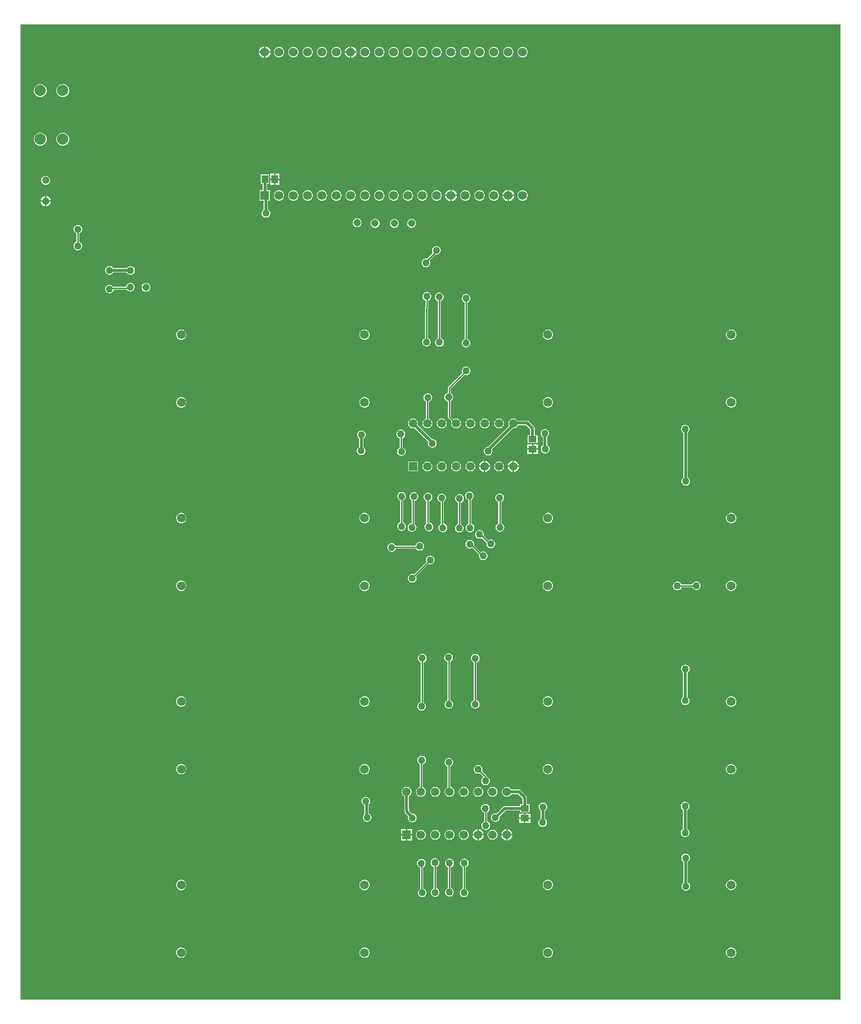
<source format=gbr>
%TF.GenerationSoftware,Altium Limited,Altium Designer,24.7.2 (38)*%
G04 Layer_Physical_Order=2*
G04 Layer_Color=16711680*
%FSLAX45Y45*%
%MOMM*%
%TF.SameCoordinates,74662405-AD21-4814-813C-A76D1C426129*%
%TF.FilePolarity,Positive*%
%TF.FileFunction,Copper,L2,Bot,Signal*%
%TF.Part,Single*%
G01*
G75*
%TA.AperFunction,SMDPad,CuDef*%
%ADD16R,1.15000X1.47000*%
%ADD17R,1.47000X1.15000*%
%TA.AperFunction,Conductor*%
%ADD24C,0.50800*%
%ADD25C,0.25400*%
%TA.AperFunction,ComponentPad*%
%ADD27C,1.50000*%
%ADD28R,1.50000X1.50000*%
%ADD29C,2.00000*%
%ADD30R,1.56000X1.56000*%
%ADD31C,1.56000*%
%ADD32C,1.30800*%
%TA.AperFunction,ViaPad*%
%ADD33C,1.01600*%
%ADD34C,1.27000*%
G36*
X6927850Y17551057D02*
X13823949Y17551056D01*
X17716154Y17551056D01*
X17716156Y267044D01*
X3175345Y267043D01*
Y1252428D01*
X3175344Y5677024D01*
X3175344Y13117883D01*
X3175344Y17551057D01*
X6927850Y17551057D01*
D02*
G37*
%LPC*%
G36*
X9043313Y17159500D02*
X9042400D01*
Y17068800D01*
X9133100D01*
Y17069713D01*
X9126053Y17096011D01*
X9112440Y17119589D01*
X9093189Y17138841D01*
X9069611Y17152454D01*
X9043313Y17159500D01*
D02*
G37*
G36*
X7519313D02*
X7518400D01*
Y17068800D01*
X7609100D01*
Y17069713D01*
X7602053Y17096011D01*
X7588440Y17119589D01*
X7569189Y17138841D01*
X7545611Y17152454D01*
X7519313Y17159500D01*
D02*
G37*
G36*
X9017000D02*
X9016087D01*
X8989789Y17152454D01*
X8966211Y17138841D01*
X8946959Y17119589D01*
X8933347Y17096011D01*
X8926300Y17069713D01*
Y17068800D01*
X9017000D01*
Y17159500D01*
D02*
G37*
G36*
X7493000D02*
X7492087D01*
X7465789Y17152454D01*
X7442211Y17138841D01*
X7422959Y17119589D01*
X7409347Y17096011D01*
X7402300Y17069713D01*
Y17068800D01*
X7493000D01*
Y17159500D01*
D02*
G37*
G36*
X12089641Y17146800D02*
X12065759D01*
X12042691Y17140619D01*
X12022009Y17128677D01*
X12005122Y17111790D01*
X11993181Y17091109D01*
X11987000Y17068040D01*
Y17044159D01*
X11993181Y17021091D01*
X12005122Y17000409D01*
X12022009Y16983522D01*
X12042691Y16971581D01*
X12065759Y16965401D01*
X12089641D01*
X12112709Y16971581D01*
X12133391Y16983522D01*
X12150278Y17000409D01*
X12162219Y17021091D01*
X12168400Y17044159D01*
Y17068040D01*
X12162219Y17091109D01*
X12150278Y17111790D01*
X12133391Y17128677D01*
X12112709Y17140619D01*
X12089641Y17146800D01*
D02*
G37*
G36*
X11835641D02*
X11811759D01*
X11788691Y17140619D01*
X11768009Y17128677D01*
X11751122Y17111790D01*
X11739181Y17091109D01*
X11733000Y17068040D01*
Y17044159D01*
X11739181Y17021091D01*
X11751122Y17000409D01*
X11768009Y16983522D01*
X11788691Y16971581D01*
X11811759Y16965401D01*
X11835641D01*
X11858709Y16971581D01*
X11879391Y16983522D01*
X11896278Y17000409D01*
X11908219Y17021091D01*
X11914400Y17044159D01*
Y17068040D01*
X11908219Y17091109D01*
X11896278Y17111790D01*
X11879391Y17128677D01*
X11858709Y17140619D01*
X11835641Y17146800D01*
D02*
G37*
G36*
X11581641D02*
X11557759D01*
X11534691Y17140619D01*
X11514009Y17128677D01*
X11497122Y17111790D01*
X11485181Y17091109D01*
X11479000Y17068040D01*
Y17044159D01*
X11485181Y17021091D01*
X11497122Y17000409D01*
X11514009Y16983522D01*
X11534691Y16971581D01*
X11557759Y16965401D01*
X11581641D01*
X11604709Y16971581D01*
X11625391Y16983522D01*
X11642278Y17000409D01*
X11654219Y17021091D01*
X11660400Y17044159D01*
Y17068040D01*
X11654219Y17091109D01*
X11642278Y17111790D01*
X11625391Y17128677D01*
X11604709Y17140619D01*
X11581641Y17146800D01*
D02*
G37*
G36*
X11327641D02*
X11303759D01*
X11280691Y17140619D01*
X11260009Y17128677D01*
X11243122Y17111790D01*
X11231181Y17091109D01*
X11225000Y17068040D01*
Y17044159D01*
X11231181Y17021091D01*
X11243122Y17000409D01*
X11260009Y16983522D01*
X11280691Y16971581D01*
X11303759Y16965401D01*
X11327641D01*
X11350709Y16971581D01*
X11371391Y16983522D01*
X11388278Y17000409D01*
X11400219Y17021091D01*
X11406400Y17044159D01*
Y17068040D01*
X11400219Y17091109D01*
X11388278Y17111790D01*
X11371391Y17128677D01*
X11350709Y17140619D01*
X11327641Y17146800D01*
D02*
G37*
G36*
X11073641D02*
X11049759D01*
X11026691Y17140619D01*
X11006009Y17128677D01*
X10989122Y17111790D01*
X10977181Y17091109D01*
X10971000Y17068040D01*
Y17044159D01*
X10977181Y17021091D01*
X10989122Y17000409D01*
X11006009Y16983522D01*
X11026691Y16971581D01*
X11049759Y16965401D01*
X11073641D01*
X11096709Y16971581D01*
X11117391Y16983522D01*
X11134278Y17000409D01*
X11146219Y17021091D01*
X11152400Y17044159D01*
Y17068040D01*
X11146219Y17091109D01*
X11134278Y17111790D01*
X11117391Y17128677D01*
X11096709Y17140619D01*
X11073641Y17146800D01*
D02*
G37*
G36*
X10819641D02*
X10795759D01*
X10772691Y17140619D01*
X10752009Y17128677D01*
X10735122Y17111790D01*
X10723181Y17091109D01*
X10717000Y17068040D01*
Y17044159D01*
X10723181Y17021091D01*
X10735122Y17000409D01*
X10752009Y16983522D01*
X10772691Y16971581D01*
X10795759Y16965401D01*
X10819641D01*
X10842709Y16971581D01*
X10863391Y16983522D01*
X10880278Y17000409D01*
X10892219Y17021091D01*
X10898400Y17044159D01*
Y17068040D01*
X10892219Y17091109D01*
X10880278Y17111790D01*
X10863391Y17128677D01*
X10842709Y17140619D01*
X10819641Y17146800D01*
D02*
G37*
G36*
X10565641D02*
X10541759D01*
X10518691Y17140619D01*
X10498009Y17128677D01*
X10481122Y17111790D01*
X10469181Y17091109D01*
X10463000Y17068040D01*
Y17044159D01*
X10469181Y17021091D01*
X10481122Y17000409D01*
X10498009Y16983522D01*
X10518691Y16971581D01*
X10541759Y16965401D01*
X10565641D01*
X10588709Y16971581D01*
X10609391Y16983522D01*
X10626278Y17000409D01*
X10638219Y17021091D01*
X10644400Y17044159D01*
Y17068040D01*
X10638219Y17091109D01*
X10626278Y17111790D01*
X10609391Y17128677D01*
X10588709Y17140619D01*
X10565641Y17146800D01*
D02*
G37*
G36*
X10311641D02*
X10287759D01*
X10264691Y17140619D01*
X10244009Y17128677D01*
X10227122Y17111790D01*
X10215181Y17091109D01*
X10209000Y17068040D01*
Y17044159D01*
X10215181Y17021091D01*
X10227122Y17000409D01*
X10244009Y16983522D01*
X10264691Y16971581D01*
X10287759Y16965401D01*
X10311641D01*
X10334709Y16971581D01*
X10355391Y16983522D01*
X10372278Y17000409D01*
X10384219Y17021091D01*
X10390400Y17044159D01*
Y17068040D01*
X10384219Y17091109D01*
X10372278Y17111790D01*
X10355391Y17128677D01*
X10334709Y17140619D01*
X10311641Y17146800D01*
D02*
G37*
G36*
X10057641D02*
X10033759D01*
X10010691Y17140619D01*
X9990009Y17128677D01*
X9973122Y17111790D01*
X9961181Y17091109D01*
X9955000Y17068040D01*
Y17044159D01*
X9961181Y17021091D01*
X9973122Y17000409D01*
X9990009Y16983522D01*
X10010691Y16971581D01*
X10033759Y16965401D01*
X10057641D01*
X10080709Y16971581D01*
X10101391Y16983522D01*
X10118278Y17000409D01*
X10130219Y17021091D01*
X10136400Y17044159D01*
Y17068040D01*
X10130219Y17091109D01*
X10118278Y17111790D01*
X10101391Y17128677D01*
X10080709Y17140619D01*
X10057641Y17146800D01*
D02*
G37*
G36*
X9803641D02*
X9779759D01*
X9756691Y17140619D01*
X9736009Y17128677D01*
X9719122Y17111790D01*
X9707181Y17091109D01*
X9701000Y17068040D01*
Y17044159D01*
X9707181Y17021091D01*
X9719122Y17000409D01*
X9736009Y16983522D01*
X9756691Y16971581D01*
X9779759Y16965401D01*
X9803641D01*
X9826709Y16971581D01*
X9847391Y16983522D01*
X9864278Y17000409D01*
X9876219Y17021091D01*
X9882400Y17044159D01*
Y17068040D01*
X9876219Y17091109D01*
X9864278Y17111790D01*
X9847391Y17128677D01*
X9826709Y17140619D01*
X9803641Y17146800D01*
D02*
G37*
G36*
X9549641D02*
X9525759D01*
X9502691Y17140619D01*
X9482009Y17128677D01*
X9465122Y17111790D01*
X9453181Y17091109D01*
X9447000Y17068040D01*
Y17044159D01*
X9453181Y17021091D01*
X9465122Y17000409D01*
X9482009Y16983522D01*
X9502691Y16971581D01*
X9525759Y16965401D01*
X9549641D01*
X9572709Y16971581D01*
X9593391Y16983522D01*
X9610278Y17000409D01*
X9622219Y17021091D01*
X9628400Y17044159D01*
Y17068040D01*
X9622219Y17091109D01*
X9610278Y17111790D01*
X9593391Y17128677D01*
X9572709Y17140619D01*
X9549641Y17146800D01*
D02*
G37*
G36*
X9295641D02*
X9271759D01*
X9248691Y17140619D01*
X9228009Y17128677D01*
X9211122Y17111790D01*
X9199181Y17091109D01*
X9193000Y17068040D01*
Y17044159D01*
X9199181Y17021091D01*
X9211122Y17000409D01*
X9228009Y16983522D01*
X9248691Y16971581D01*
X9271759Y16965401D01*
X9295641D01*
X9318709Y16971581D01*
X9339391Y16983522D01*
X9356278Y17000409D01*
X9368219Y17021091D01*
X9374400Y17044159D01*
Y17068040D01*
X9368219Y17091109D01*
X9356278Y17111790D01*
X9339391Y17128677D01*
X9318709Y17140619D01*
X9295641Y17146800D01*
D02*
G37*
G36*
X8787641D02*
X8763759D01*
X8740691Y17140619D01*
X8720009Y17128677D01*
X8703122Y17111790D01*
X8691181Y17091109D01*
X8685000Y17068040D01*
Y17044159D01*
X8691181Y17021091D01*
X8703122Y17000409D01*
X8720009Y16983522D01*
X8740691Y16971581D01*
X8763759Y16965401D01*
X8787641D01*
X8810709Y16971581D01*
X8831391Y16983522D01*
X8848278Y17000409D01*
X8860219Y17021091D01*
X8866400Y17044159D01*
Y17068040D01*
X8860219Y17091109D01*
X8848278Y17111790D01*
X8831391Y17128677D01*
X8810709Y17140619D01*
X8787641Y17146800D01*
D02*
G37*
G36*
X8533641D02*
X8509759D01*
X8486691Y17140619D01*
X8466009Y17128677D01*
X8449122Y17111790D01*
X8437181Y17091109D01*
X8431000Y17068040D01*
Y17044159D01*
X8437181Y17021091D01*
X8449122Y17000409D01*
X8466009Y16983522D01*
X8486691Y16971581D01*
X8509759Y16965401D01*
X8533641D01*
X8556709Y16971581D01*
X8577391Y16983522D01*
X8594278Y17000409D01*
X8606219Y17021091D01*
X8612400Y17044159D01*
Y17068040D01*
X8606219Y17091109D01*
X8594278Y17111790D01*
X8577391Y17128677D01*
X8556709Y17140619D01*
X8533641Y17146800D01*
D02*
G37*
G36*
X8279641D02*
X8255759D01*
X8232691Y17140619D01*
X8212009Y17128677D01*
X8195122Y17111790D01*
X8183181Y17091109D01*
X8177000Y17068040D01*
Y17044159D01*
X8183181Y17021091D01*
X8195122Y17000409D01*
X8212009Y16983522D01*
X8232691Y16971581D01*
X8255759Y16965401D01*
X8279641D01*
X8302709Y16971581D01*
X8323391Y16983522D01*
X8340278Y17000409D01*
X8352219Y17021091D01*
X8358400Y17044159D01*
Y17068040D01*
X8352219Y17091109D01*
X8340278Y17111790D01*
X8323391Y17128677D01*
X8302709Y17140619D01*
X8279641Y17146800D01*
D02*
G37*
G36*
X8025641D02*
X8001759D01*
X7978691Y17140619D01*
X7958009Y17128677D01*
X7941122Y17111790D01*
X7929181Y17091109D01*
X7923000Y17068040D01*
Y17044159D01*
X7929181Y17021091D01*
X7941122Y17000409D01*
X7958009Y16983522D01*
X7978691Y16971581D01*
X8001759Y16965401D01*
X8025641D01*
X8048709Y16971581D01*
X8069391Y16983522D01*
X8086278Y17000409D01*
X8098219Y17021091D01*
X8104400Y17044159D01*
Y17068040D01*
X8098219Y17091109D01*
X8086278Y17111790D01*
X8069391Y17128677D01*
X8048709Y17140619D01*
X8025641Y17146800D01*
D02*
G37*
G36*
X7771641D02*
X7747759D01*
X7724691Y17140619D01*
X7704009Y17128677D01*
X7687122Y17111790D01*
X7675181Y17091109D01*
X7669000Y17068040D01*
Y17044159D01*
X7675181Y17021091D01*
X7687122Y17000409D01*
X7704009Y16983522D01*
X7724691Y16971581D01*
X7747759Y16965401D01*
X7771641D01*
X7794709Y16971581D01*
X7815391Y16983522D01*
X7832278Y17000409D01*
X7844219Y17021091D01*
X7850400Y17044159D01*
Y17068040D01*
X7844219Y17091109D01*
X7832278Y17111790D01*
X7815391Y17128677D01*
X7794709Y17140619D01*
X7771641Y17146800D01*
D02*
G37*
G36*
X9133100Y17043401D02*
X9042400D01*
Y16952699D01*
X9043313D01*
X9069611Y16959747D01*
X9093189Y16973360D01*
X9112440Y16992612D01*
X9126053Y17016190D01*
X9133100Y17042487D01*
Y17043401D01*
D02*
G37*
G36*
X9017000D02*
X8926300D01*
Y17042487D01*
X8933347Y17016190D01*
X8946959Y16992612D01*
X8966211Y16973360D01*
X8989789Y16959747D01*
X9016087Y16952699D01*
X9017000D01*
Y17043401D01*
D02*
G37*
G36*
X7609100D02*
X7518400D01*
Y16952699D01*
X7519313D01*
X7545611Y16959747D01*
X7569189Y16973360D01*
X7588440Y16992612D01*
X7602053Y17016190D01*
X7609100Y17042487D01*
Y17043401D01*
D02*
G37*
G36*
X7493000D02*
X7402300D01*
Y17042487D01*
X7409347Y17016190D01*
X7422959Y16992612D01*
X7442211Y16973360D01*
X7465789Y16959747D01*
X7492087Y16952699D01*
X7493000D01*
Y17043401D01*
D02*
G37*
G36*
X3540137Y16488280D02*
X3510463D01*
X3481799Y16480600D01*
X3456101Y16465762D01*
X3435118Y16444778D01*
X3420280Y16419080D01*
X3412600Y16390417D01*
Y16360744D01*
X3420280Y16332079D01*
X3435118Y16306380D01*
X3456101Y16285397D01*
X3481799Y16270560D01*
X3510463Y16262880D01*
X3540137D01*
X3568801Y16270560D01*
X3594500Y16285397D01*
X3615482Y16306380D01*
X3630320Y16332079D01*
X3638000Y16360744D01*
Y16390417D01*
X3630320Y16419080D01*
X3615482Y16444778D01*
X3594500Y16465762D01*
X3568801Y16480600D01*
X3540137Y16488280D01*
D02*
G37*
G36*
X3939137Y16488080D02*
X3909463D01*
X3880799Y16480400D01*
X3855100Y16465562D01*
X3834118Y16444580D01*
X3819280Y16418881D01*
X3811600Y16390218D01*
Y16360542D01*
X3819280Y16331879D01*
X3834118Y16306180D01*
X3855100Y16285197D01*
X3880799Y16270360D01*
X3909463Y16262680D01*
X3939137D01*
X3967801Y16270360D01*
X3993500Y16285197D01*
X4014482Y16306180D01*
X4029320Y16331879D01*
X4037000Y16360542D01*
Y16390218D01*
X4029320Y16418881D01*
X4014482Y16444580D01*
X3993500Y16465562D01*
X3967801Y16480400D01*
X3939137Y16488080D01*
D02*
G37*
G36*
Y15624480D02*
X3909463D01*
X3880799Y15616800D01*
X3855100Y15601962D01*
X3834118Y15580980D01*
X3819280Y15555281D01*
X3811600Y15526617D01*
Y15496944D01*
X3819280Y15468279D01*
X3834118Y15442580D01*
X3855100Y15421597D01*
X3880799Y15406760D01*
X3909463Y15399080D01*
X3939137D01*
X3967801Y15406760D01*
X3993500Y15421597D01*
X4014482Y15442580D01*
X4029320Y15468279D01*
X4037000Y15496944D01*
Y15526617D01*
X4029320Y15555281D01*
X4014482Y15580980D01*
X3993500Y15601962D01*
X3967801Y15616800D01*
X3939137Y15624480D01*
D02*
G37*
G36*
X3540137Y15624280D02*
X3510463D01*
X3481799Y15616600D01*
X3456101Y15601762D01*
X3435118Y15580780D01*
X3420280Y15555081D01*
X3412600Y15526418D01*
Y15496742D01*
X3420280Y15468080D01*
X3435118Y15442381D01*
X3456101Y15421397D01*
X3481799Y15406560D01*
X3510463Y15398880D01*
X3540137D01*
X3568801Y15406560D01*
X3594500Y15421397D01*
X3615482Y15442381D01*
X3630320Y15468080D01*
X3638000Y15496742D01*
Y15526418D01*
X3630320Y15555081D01*
X3615482Y15580780D01*
X3594500Y15601762D01*
X3568801Y15616600D01*
X3540137Y15624280D01*
D02*
G37*
G36*
X7765500Y14902020D02*
X7695300D01*
Y14815820D01*
X7765500D01*
Y14902020D01*
D02*
G37*
G36*
X7669900D02*
X7599700D01*
Y14815820D01*
X7669900D01*
Y14902020D01*
D02*
G37*
G36*
X3632482Y14862199D02*
X3611918D01*
X3592055Y14856879D01*
X3574246Y14846594D01*
X3559705Y14832054D01*
X3549422Y14814246D01*
X3544100Y14794382D01*
Y14773817D01*
X3549422Y14753954D01*
X3559705Y14736147D01*
X3574246Y14721605D01*
X3592055Y14711322D01*
X3611918Y14706000D01*
X3632482D01*
X3652346Y14711322D01*
X3670154Y14721605D01*
X3684695Y14736147D01*
X3694978Y14753954D01*
X3700300Y14773817D01*
Y14794382D01*
X3694978Y14814246D01*
X3684695Y14832054D01*
X3670154Y14846594D01*
X3652346Y14856879D01*
X3632482Y14862199D01*
D02*
G37*
G36*
X7765500Y14790421D02*
X7695300D01*
Y14704221D01*
X7765500D01*
Y14790421D01*
D02*
G37*
G36*
X7669900D02*
X7599700D01*
Y14704221D01*
X7669900D01*
Y14790421D01*
D02*
G37*
G36*
X11837313Y14619501D02*
X11836400D01*
Y14528799D01*
X11927100D01*
Y14529713D01*
X11920053Y14556010D01*
X11906441Y14579588D01*
X11887189Y14598840D01*
X11863611Y14612453D01*
X11837313Y14619501D01*
D02*
G37*
G36*
X10821313D02*
X10820400D01*
Y14528799D01*
X10911100D01*
Y14529713D01*
X10904053Y14556010D01*
X10890441Y14579588D01*
X10871189Y14598840D01*
X10847611Y14612453D01*
X10821313Y14619501D01*
D02*
G37*
G36*
X11811000D02*
X11810087D01*
X11783789Y14612453D01*
X11760211Y14598840D01*
X11740959Y14579588D01*
X11727347Y14556010D01*
X11720300Y14529713D01*
Y14528799D01*
X11811000D01*
Y14619501D01*
D02*
G37*
G36*
X10795000D02*
X10794087D01*
X10767789Y14612453D01*
X10744211Y14598840D01*
X10724959Y14579588D01*
X10711347Y14556010D01*
X10704300Y14529713D01*
Y14528799D01*
X10795000D01*
Y14619501D01*
D02*
G37*
G36*
X3634900Y14505099D02*
Y14427200D01*
X3712800D01*
X3706812Y14449547D01*
X3694858Y14470251D01*
X3677953Y14487158D01*
X3657247Y14499112D01*
X3634900Y14505099D01*
D02*
G37*
G36*
X3609500D02*
X3587153Y14499112D01*
X3566448Y14487158D01*
X3549542Y14470251D01*
X3537588Y14449547D01*
X3531600Y14427200D01*
X3609500D01*
Y14505099D01*
D02*
G37*
G36*
X12089641Y14606799D02*
X12065759D01*
X12042691Y14600620D01*
X12022009Y14588678D01*
X12005122Y14571791D01*
X11993181Y14551109D01*
X11987000Y14528041D01*
Y14504160D01*
X11993181Y14481091D01*
X12005122Y14460410D01*
X12022009Y14443523D01*
X12042691Y14431581D01*
X12065759Y14425400D01*
X12089641D01*
X12112709Y14431581D01*
X12133391Y14443523D01*
X12150278Y14460410D01*
X12162219Y14481091D01*
X12168400Y14504160D01*
Y14528041D01*
X12162219Y14551109D01*
X12150278Y14571791D01*
X12133391Y14588678D01*
X12112709Y14600620D01*
X12089641Y14606799D01*
D02*
G37*
G36*
X11581641D02*
X11557759D01*
X11534691Y14600620D01*
X11514009Y14588678D01*
X11497122Y14571791D01*
X11485181Y14551109D01*
X11479000Y14528041D01*
Y14504160D01*
X11485181Y14481091D01*
X11497122Y14460410D01*
X11514009Y14443523D01*
X11534691Y14431581D01*
X11557759Y14425400D01*
X11581641D01*
X11604709Y14431581D01*
X11625391Y14443523D01*
X11642278Y14460410D01*
X11654219Y14481091D01*
X11660400Y14504160D01*
Y14528041D01*
X11654219Y14551109D01*
X11642278Y14571791D01*
X11625391Y14588678D01*
X11604709Y14600620D01*
X11581641Y14606799D01*
D02*
G37*
G36*
X11327641D02*
X11303759D01*
X11280691Y14600620D01*
X11260009Y14588678D01*
X11243122Y14571791D01*
X11231181Y14551109D01*
X11225000Y14528041D01*
Y14504160D01*
X11231181Y14481091D01*
X11243122Y14460410D01*
X11260009Y14443523D01*
X11280691Y14431581D01*
X11303759Y14425400D01*
X11327641D01*
X11350709Y14431581D01*
X11371391Y14443523D01*
X11388278Y14460410D01*
X11400219Y14481091D01*
X11406400Y14504160D01*
Y14528041D01*
X11400219Y14551109D01*
X11388278Y14571791D01*
X11371391Y14588678D01*
X11350709Y14600620D01*
X11327641Y14606799D01*
D02*
G37*
G36*
X11073641D02*
X11049759D01*
X11026691Y14600620D01*
X11006009Y14588678D01*
X10989122Y14571791D01*
X10977181Y14551109D01*
X10971000Y14528041D01*
Y14504160D01*
X10977181Y14481091D01*
X10989122Y14460410D01*
X11006009Y14443523D01*
X11026691Y14431581D01*
X11049759Y14425400D01*
X11073641D01*
X11096709Y14431581D01*
X11117391Y14443523D01*
X11134278Y14460410D01*
X11146219Y14481091D01*
X11152400Y14504160D01*
Y14528041D01*
X11146219Y14551109D01*
X11134278Y14571791D01*
X11117391Y14588678D01*
X11096709Y14600620D01*
X11073641Y14606799D01*
D02*
G37*
G36*
X10565641D02*
X10541759D01*
X10518691Y14600620D01*
X10498009Y14588678D01*
X10481122Y14571791D01*
X10469181Y14551109D01*
X10463000Y14528041D01*
Y14504160D01*
X10469181Y14481091D01*
X10481122Y14460410D01*
X10498009Y14443523D01*
X10518691Y14431581D01*
X10541759Y14425400D01*
X10565641D01*
X10588709Y14431581D01*
X10609391Y14443523D01*
X10626278Y14460410D01*
X10638219Y14481091D01*
X10644400Y14504160D01*
Y14528041D01*
X10638219Y14551109D01*
X10626278Y14571791D01*
X10609391Y14588678D01*
X10588709Y14600620D01*
X10565641Y14606799D01*
D02*
G37*
G36*
X10311641D02*
X10287759D01*
X10264691Y14600620D01*
X10244009Y14588678D01*
X10227122Y14571791D01*
X10215181Y14551109D01*
X10209000Y14528041D01*
Y14504160D01*
X10215181Y14481091D01*
X10227122Y14460410D01*
X10244009Y14443523D01*
X10264691Y14431581D01*
X10287759Y14425400D01*
X10311641D01*
X10334709Y14431581D01*
X10355391Y14443523D01*
X10372278Y14460410D01*
X10384219Y14481091D01*
X10390400Y14504160D01*
Y14528041D01*
X10384219Y14551109D01*
X10372278Y14571791D01*
X10355391Y14588678D01*
X10334709Y14600620D01*
X10311641Y14606799D01*
D02*
G37*
G36*
X10057641D02*
X10033759D01*
X10010691Y14600620D01*
X9990009Y14588678D01*
X9973122Y14571791D01*
X9961181Y14551109D01*
X9955000Y14528041D01*
Y14504160D01*
X9961181Y14481091D01*
X9973122Y14460410D01*
X9990009Y14443523D01*
X10010691Y14431581D01*
X10033759Y14425400D01*
X10057641D01*
X10080709Y14431581D01*
X10101391Y14443523D01*
X10118278Y14460410D01*
X10130219Y14481091D01*
X10136400Y14504160D01*
Y14528041D01*
X10130219Y14551109D01*
X10118278Y14571791D01*
X10101391Y14588678D01*
X10080709Y14600620D01*
X10057641Y14606799D01*
D02*
G37*
G36*
X9803641D02*
X9779759D01*
X9756691Y14600620D01*
X9736009Y14588678D01*
X9719122Y14571791D01*
X9707181Y14551109D01*
X9701000Y14528041D01*
Y14504160D01*
X9707181Y14481091D01*
X9719122Y14460410D01*
X9736009Y14443523D01*
X9756691Y14431581D01*
X9779759Y14425400D01*
X9803641D01*
X9826709Y14431581D01*
X9847391Y14443523D01*
X9864278Y14460410D01*
X9876219Y14481091D01*
X9882400Y14504160D01*
Y14528041D01*
X9876219Y14551109D01*
X9864278Y14571791D01*
X9847391Y14588678D01*
X9826709Y14600620D01*
X9803641Y14606799D01*
D02*
G37*
G36*
X9549641D02*
X9525759D01*
X9502691Y14600620D01*
X9482009Y14588678D01*
X9465122Y14571791D01*
X9453181Y14551109D01*
X9447000Y14528041D01*
Y14504160D01*
X9453181Y14481091D01*
X9465122Y14460410D01*
X9482009Y14443523D01*
X9502691Y14431581D01*
X9525759Y14425400D01*
X9549641D01*
X9572709Y14431581D01*
X9593391Y14443523D01*
X9610278Y14460410D01*
X9622219Y14481091D01*
X9628400Y14504160D01*
Y14528041D01*
X9622219Y14551109D01*
X9610278Y14571791D01*
X9593391Y14588678D01*
X9572709Y14600620D01*
X9549641Y14606799D01*
D02*
G37*
G36*
X9295641D02*
X9271759D01*
X9248691Y14600620D01*
X9228009Y14588678D01*
X9211122Y14571791D01*
X9199181Y14551109D01*
X9193000Y14528041D01*
Y14504160D01*
X9199181Y14481091D01*
X9211122Y14460410D01*
X9228009Y14443523D01*
X9248691Y14431581D01*
X9271759Y14425400D01*
X9295641D01*
X9318709Y14431581D01*
X9339391Y14443523D01*
X9356278Y14460410D01*
X9368219Y14481091D01*
X9374400Y14504160D01*
Y14528041D01*
X9368219Y14551109D01*
X9356278Y14571791D01*
X9339391Y14588678D01*
X9318709Y14600620D01*
X9295641Y14606799D01*
D02*
G37*
G36*
X9041641D02*
X9017759D01*
X8994691Y14600620D01*
X8974009Y14588678D01*
X8957122Y14571791D01*
X8945181Y14551109D01*
X8939000Y14528041D01*
Y14504160D01*
X8945181Y14481091D01*
X8957122Y14460410D01*
X8974009Y14443523D01*
X8994691Y14431581D01*
X9017759Y14425400D01*
X9041641D01*
X9064709Y14431581D01*
X9085391Y14443523D01*
X9102278Y14460410D01*
X9114219Y14481091D01*
X9120400Y14504160D01*
Y14528041D01*
X9114219Y14551109D01*
X9102278Y14571791D01*
X9085391Y14588678D01*
X9064709Y14600620D01*
X9041641Y14606799D01*
D02*
G37*
G36*
X8787641D02*
X8763759D01*
X8740691Y14600620D01*
X8720009Y14588678D01*
X8703122Y14571791D01*
X8691181Y14551109D01*
X8685000Y14528041D01*
Y14504160D01*
X8691181Y14481091D01*
X8703122Y14460410D01*
X8720009Y14443523D01*
X8740691Y14431581D01*
X8763759Y14425400D01*
X8787641D01*
X8810709Y14431581D01*
X8831391Y14443523D01*
X8848278Y14460410D01*
X8860219Y14481091D01*
X8866400Y14504160D01*
Y14528041D01*
X8860219Y14551109D01*
X8848278Y14571791D01*
X8831391Y14588678D01*
X8810709Y14600620D01*
X8787641Y14606799D01*
D02*
G37*
G36*
X8533641D02*
X8509759D01*
X8486691Y14600620D01*
X8466009Y14588678D01*
X8449122Y14571791D01*
X8437181Y14551109D01*
X8431000Y14528041D01*
Y14504160D01*
X8437181Y14481091D01*
X8449122Y14460410D01*
X8466009Y14443523D01*
X8486691Y14431581D01*
X8509759Y14425400D01*
X8533641D01*
X8556709Y14431581D01*
X8577391Y14443523D01*
X8594278Y14460410D01*
X8606219Y14481091D01*
X8612400Y14504160D01*
Y14528041D01*
X8606219Y14551109D01*
X8594278Y14571791D01*
X8577391Y14588678D01*
X8556709Y14600620D01*
X8533641Y14606799D01*
D02*
G37*
G36*
X8279641D02*
X8255759D01*
X8232691Y14600620D01*
X8212009Y14588678D01*
X8195122Y14571791D01*
X8183181Y14551109D01*
X8177000Y14528041D01*
Y14504160D01*
X8183181Y14481091D01*
X8195122Y14460410D01*
X8212009Y14443523D01*
X8232691Y14431581D01*
X8255759Y14425400D01*
X8279641D01*
X8302709Y14431581D01*
X8323391Y14443523D01*
X8340278Y14460410D01*
X8352219Y14481091D01*
X8358400Y14504160D01*
Y14528041D01*
X8352219Y14551109D01*
X8340278Y14571791D01*
X8323391Y14588678D01*
X8302709Y14600620D01*
X8279641Y14606799D01*
D02*
G37*
G36*
X8025641D02*
X8001759D01*
X7978691Y14600620D01*
X7958009Y14588678D01*
X7941122Y14571791D01*
X7929181Y14551109D01*
X7923000Y14528041D01*
Y14504160D01*
X7929181Y14481091D01*
X7941122Y14460410D01*
X7958009Y14443523D01*
X7978691Y14431581D01*
X8001759Y14425400D01*
X8025641D01*
X8048709Y14431581D01*
X8069391Y14443523D01*
X8086278Y14460410D01*
X8098219Y14481091D01*
X8104400Y14504160D01*
Y14528041D01*
X8098219Y14551109D01*
X8086278Y14571791D01*
X8069391Y14588678D01*
X8048709Y14600620D01*
X8025641Y14606799D01*
D02*
G37*
G36*
X7771641D02*
X7747759D01*
X7724691Y14600620D01*
X7704009Y14588678D01*
X7687122Y14571791D01*
X7675181Y14551109D01*
X7669000Y14528041D01*
Y14504160D01*
X7675181Y14481091D01*
X7687122Y14460410D01*
X7704009Y14443523D01*
X7724691Y14431581D01*
X7747759Y14425400D01*
X7771641D01*
X7794709Y14431581D01*
X7815391Y14443523D01*
X7832278Y14460410D01*
X7844219Y14481091D01*
X7850400Y14504160D01*
Y14528041D01*
X7844219Y14551109D01*
X7832278Y14571791D01*
X7815391Y14588678D01*
X7794709Y14600620D01*
X7771641Y14606799D01*
D02*
G37*
G36*
X11927100Y14503400D02*
X11836400D01*
Y14412700D01*
X11837313D01*
X11863611Y14419746D01*
X11887189Y14433360D01*
X11906441Y14452611D01*
X11920053Y14476189D01*
X11927100Y14502487D01*
Y14503400D01*
D02*
G37*
G36*
X11811000D02*
X11720300D01*
Y14502487D01*
X11727347Y14476189D01*
X11740959Y14452611D01*
X11760211Y14433360D01*
X11783789Y14419746D01*
X11810087Y14412700D01*
X11811000D01*
Y14503400D01*
D02*
G37*
G36*
X10911100D02*
X10820400D01*
Y14412700D01*
X10821313D01*
X10847611Y14419746D01*
X10871189Y14433360D01*
X10890441Y14452611D01*
X10904053Y14476189D01*
X10911100Y14502487D01*
Y14503400D01*
D02*
G37*
G36*
X10795000D02*
X10704300D01*
Y14502487D01*
X10711347Y14476189D01*
X10724959Y14452611D01*
X10744211Y14433360D01*
X10767789Y14419746D01*
X10794087Y14412700D01*
X10795000D01*
Y14503400D01*
D02*
G37*
G36*
X3712800Y14401801D02*
X3634900D01*
Y14323900D01*
X3657247Y14329887D01*
X3677953Y14341843D01*
X3694858Y14358748D01*
X3706812Y14379453D01*
X3712800Y14401801D01*
D02*
G37*
G36*
X3609500D02*
X3531600D01*
X3537588Y14379453D01*
X3549542Y14358748D01*
X3566448Y14341843D01*
X3587153Y14329887D01*
X3609500Y14323900D01*
Y14401801D01*
D02*
G37*
G36*
X7576800Y14889320D02*
X7436400D01*
Y14716920D01*
X7467753D01*
Y14606799D01*
X7415000D01*
Y14425400D01*
X7487173D01*
Y14264160D01*
X7479232Y14259575D01*
X7465045Y14245387D01*
X7455013Y14228012D01*
X7449820Y14208632D01*
Y14188568D01*
X7455013Y14169188D01*
X7465045Y14151813D01*
X7479232Y14137625D01*
X7496608Y14127592D01*
X7515988Y14122400D01*
X7536052D01*
X7555432Y14127592D01*
X7572808Y14137625D01*
X7586995Y14151813D01*
X7597027Y14169188D01*
X7602220Y14188568D01*
Y14208632D01*
X7597027Y14228012D01*
X7586995Y14245387D01*
X7572808Y14259575D01*
X7564867Y14264160D01*
Y14425400D01*
X7596400D01*
Y14606799D01*
X7545446D01*
Y14716920D01*
X7576800D01*
Y14889320D01*
D02*
G37*
G36*
X9154282Y14111600D02*
X9133718D01*
X9113855Y14106277D01*
X9096046Y14095995D01*
X9081505Y14081454D01*
X9071222Y14063644D01*
X9065900Y14043782D01*
Y14023218D01*
X9071222Y14003355D01*
X9081505Y13985545D01*
X9096046Y13971005D01*
X9113855Y13960722D01*
X9133718Y13955400D01*
X9154282D01*
X9174145Y13960722D01*
X9191954Y13971005D01*
X9206495Y13985545D01*
X9216778Y14003355D01*
X9222100Y14023218D01*
Y14043782D01*
X9216778Y14063644D01*
X9206495Y14081454D01*
X9191954Y14095995D01*
X9174145Y14106277D01*
X9154282Y14111600D01*
D02*
G37*
G36*
X10119482Y14098900D02*
X10098918D01*
X10079055Y14093578D01*
X10061246Y14083295D01*
X10046705Y14068755D01*
X10036422Y14050945D01*
X10031100Y14031082D01*
Y14010518D01*
X10036422Y13990656D01*
X10046705Y13972845D01*
X10061246Y13958305D01*
X10079055Y13948022D01*
X10098918Y13942700D01*
X10119482D01*
X10139345Y13948022D01*
X10157154Y13958305D01*
X10171695Y13972845D01*
X10181978Y13990656D01*
X10187300Y14010518D01*
Y14031082D01*
X10181978Y14050945D01*
X10171695Y14068755D01*
X10157154Y14083295D01*
X10139345Y14093578D01*
X10119482Y14098900D01*
D02*
G37*
G36*
X9814682D02*
X9794118D01*
X9774255Y14093578D01*
X9756446Y14083295D01*
X9741905Y14068755D01*
X9731622Y14050945D01*
X9726300Y14031082D01*
Y14010518D01*
X9731622Y13990656D01*
X9741905Y13972845D01*
X9756446Y13958305D01*
X9774255Y13948022D01*
X9794118Y13942700D01*
X9814682D01*
X9834545Y13948022D01*
X9852354Y13958305D01*
X9866895Y13972845D01*
X9877178Y13990656D01*
X9882500Y14010518D01*
Y14031082D01*
X9877178Y14050945D01*
X9866895Y14068755D01*
X9852354Y14083295D01*
X9834545Y14093578D01*
X9814682Y14098900D01*
D02*
G37*
G36*
X9471782D02*
X9451218D01*
X9431355Y14093578D01*
X9413546Y14083295D01*
X9399005Y14068755D01*
X9388722Y14050945D01*
X9383400Y14031082D01*
Y14010518D01*
X9388722Y13990656D01*
X9399005Y13972845D01*
X9413546Y13958305D01*
X9431355Y13948022D01*
X9451218Y13942700D01*
X9471782D01*
X9491645Y13948022D01*
X9509454Y13958305D01*
X9523995Y13972845D01*
X9534278Y13990656D01*
X9539600Y14010518D01*
Y14031082D01*
X9534278Y14050945D01*
X9523995Y14068755D01*
X9509454Y14083295D01*
X9491645Y14093578D01*
X9471782Y14098900D01*
D02*
G37*
G36*
X4203572Y13992860D02*
X4183508D01*
X4164128Y13987666D01*
X4146752Y13977635D01*
X4132565Y13963448D01*
X4122533Y13946072D01*
X4117340Y13926692D01*
Y13906628D01*
X4122533Y13887248D01*
X4132565Y13869872D01*
X4146752Y13855685D01*
X4164128Y13845653D01*
X4166372Y13845052D01*
Y13694308D01*
X4161588Y13693027D01*
X4144212Y13682996D01*
X4130025Y13668808D01*
X4119993Y13651431D01*
X4114800Y13632053D01*
Y13611987D01*
X4119993Y13592609D01*
X4130025Y13575232D01*
X4144212Y13561044D01*
X4161588Y13551013D01*
X4180968Y13545821D01*
X4201032D01*
X4220412Y13551013D01*
X4237788Y13561044D01*
X4251975Y13575232D01*
X4262007Y13592609D01*
X4267200Y13611987D01*
Y13632053D01*
X4262007Y13651431D01*
X4251975Y13668808D01*
X4237788Y13682996D01*
X4220412Y13693027D01*
X4218168Y13693629D01*
Y13844371D01*
X4222952Y13845653D01*
X4240328Y13855685D01*
X4254515Y13869872D01*
X4264547Y13887248D01*
X4269740Y13906628D01*
Y13926692D01*
X4264547Y13946072D01*
X4254515Y13963448D01*
X4240328Y13977635D01*
X4222952Y13987666D01*
X4203572Y13992860D01*
D02*
G37*
G36*
X10558652Y13619479D02*
X10538588D01*
X10519208Y13614287D01*
X10501832Y13604256D01*
X10487645Y13590068D01*
X10477613Y13572691D01*
X10472420Y13553313D01*
Y13533247D01*
X10477613Y13513869D01*
X10486405Y13498640D01*
X10381508Y13393742D01*
X10373232Y13395959D01*
X10353168D01*
X10333788Y13390767D01*
X10316412Y13380734D01*
X10302225Y13366548D01*
X10292193Y13349171D01*
X10287000Y13329791D01*
Y13309727D01*
X10292193Y13290347D01*
X10302225Y13272972D01*
X10316412Y13258784D01*
X10333788Y13248753D01*
X10353168Y13243559D01*
X10373232D01*
X10392612Y13248753D01*
X10409988Y13258784D01*
X10424175Y13272972D01*
X10434207Y13290347D01*
X10439400Y13309727D01*
Y13329791D01*
X10434207Y13349171D01*
X10425415Y13364400D01*
X10530312Y13469296D01*
X10538588Y13467081D01*
X10558652D01*
X10578032Y13472273D01*
X10595408Y13482304D01*
X10609595Y13496492D01*
X10619627Y13513869D01*
X10624820Y13533247D01*
Y13553313D01*
X10619627Y13572691D01*
X10609595Y13590068D01*
X10595408Y13604256D01*
X10578032Y13614287D01*
X10558652Y13619479D01*
D02*
G37*
G36*
X4762372Y13266420D02*
X4742308D01*
X4722928Y13261227D01*
X4705552Y13251195D01*
X4691365Y13237009D01*
X4681333Y13219632D01*
X4676140Y13200252D01*
Y13180188D01*
X4681333Y13160808D01*
X4691365Y13143433D01*
X4705552Y13129245D01*
X4722928Y13119212D01*
X4742308Y13114020D01*
X4762372D01*
X4781752Y13119212D01*
X4799128Y13129245D01*
X4813315Y13143433D01*
X4817167Y13150104D01*
X5059427D01*
X5064745Y13140892D01*
X5078932Y13126704D01*
X5096308Y13116673D01*
X5115688Y13111481D01*
X5135752D01*
X5155132Y13116673D01*
X5172508Y13126704D01*
X5186695Y13140892D01*
X5196727Y13158269D01*
X5201920Y13177647D01*
Y13197713D01*
X5196727Y13217091D01*
X5186695Y13234468D01*
X5172508Y13248656D01*
X5155132Y13258687D01*
X5135752Y13263879D01*
X5115688D01*
X5096308Y13258687D01*
X5078932Y13248656D01*
X5064745Y13234468D01*
X5060893Y13227797D01*
X4818633D01*
X4813315Y13237009D01*
X4799128Y13251195D01*
X4781752Y13261227D01*
X4762372Y13266420D01*
D02*
G37*
G36*
X5133212Y12966701D02*
X5113148D01*
X5093768Y12961507D01*
X5076392Y12951476D01*
X5062205Y12937288D01*
X5052173Y12919913D01*
X5046980Y12900533D01*
Y12899889D01*
X4815844D01*
X4813315Y12904268D01*
X4799128Y12918456D01*
X4781752Y12928487D01*
X4762372Y12933681D01*
X4742308D01*
X4722928Y12928487D01*
X4705552Y12918456D01*
X4691365Y12904268D01*
X4681333Y12886893D01*
X4676140Y12867513D01*
Y12847449D01*
X4681333Y12828069D01*
X4691365Y12810692D01*
X4705552Y12796505D01*
X4722928Y12786473D01*
X4742308Y12781280D01*
X4762372D01*
X4781752Y12786473D01*
X4799128Y12796505D01*
X4813315Y12810692D01*
X4823347Y12828069D01*
X4828540Y12847449D01*
Y12848093D01*
X5059676D01*
X5062205Y12843712D01*
X5076392Y12829526D01*
X5093768Y12819493D01*
X5113148Y12814301D01*
X5133212D01*
X5152592Y12819493D01*
X5169968Y12829526D01*
X5184155Y12843712D01*
X5194187Y12861089D01*
X5199380Y12880469D01*
Y12900533D01*
X5194187Y12919913D01*
X5184155Y12937288D01*
X5169968Y12951476D01*
X5152592Y12961507D01*
X5133212Y12966701D01*
D02*
G37*
G36*
X5411012Y12967329D02*
X5390448D01*
X5370585Y12962009D01*
X5352776Y12951724D01*
X5338235Y12937184D01*
X5327953Y12919376D01*
X5322630Y12899512D01*
Y12878947D01*
X5327953Y12859085D01*
X5338235Y12841277D01*
X5352776Y12826735D01*
X5370585Y12816452D01*
X5390448Y12811130D01*
X5411012D01*
X5430876Y12816452D01*
X5448685Y12826735D01*
X5463226Y12841277D01*
X5473508Y12859085D01*
X5478830Y12878947D01*
Y12899512D01*
X5473508Y12919376D01*
X5463226Y12937184D01*
X5448685Y12951724D01*
X5430876Y12962009D01*
X5411012Y12967329D01*
D02*
G37*
G36*
X15786942Y12140700D02*
X15763058D01*
X15739992Y12134519D01*
X15719308Y12122578D01*
X15702422Y12105691D01*
X15690482Y12085009D01*
X15684300Y12061941D01*
Y12038059D01*
X15690482Y12014991D01*
X15702422Y11994309D01*
X15719308Y11977422D01*
X15739992Y11965481D01*
X15763058Y11959300D01*
X15786942D01*
X15810008Y11965481D01*
X15830692Y11977422D01*
X15847578Y11994309D01*
X15859518Y12014991D01*
X15865700Y12038059D01*
Y12061941D01*
X15859518Y12085009D01*
X15847578Y12105691D01*
X15830692Y12122578D01*
X15810008Y12134519D01*
X15786942Y12140700D01*
D02*
G37*
G36*
X12536941D02*
X12513059D01*
X12489991Y12134519D01*
X12469309Y12122578D01*
X12452422Y12105691D01*
X12440481Y12085009D01*
X12434300Y12061941D01*
Y12038059D01*
X12440481Y12014991D01*
X12452422Y11994309D01*
X12469309Y11977422D01*
X12489991Y11965481D01*
X12513059Y11959300D01*
X12536941D01*
X12560009Y11965481D01*
X12580691Y11977422D01*
X12597578Y11994309D01*
X12609519Y12014991D01*
X12615700Y12038059D01*
Y12061941D01*
X12609519Y12085009D01*
X12597578Y12105691D01*
X12580691Y12122578D01*
X12560009Y12134519D01*
X12536941Y12140700D01*
D02*
G37*
G36*
X9286941D02*
X9263059D01*
X9239991Y12134519D01*
X9219309Y12122578D01*
X9202422Y12105691D01*
X9190481Y12085009D01*
X9184300Y12061941D01*
Y12038059D01*
X9190481Y12014991D01*
X9202422Y11994309D01*
X9219309Y11977422D01*
X9239991Y11965481D01*
X9263059Y11959300D01*
X9286941D01*
X9310009Y11965481D01*
X9330691Y11977422D01*
X9347578Y11994309D01*
X9359519Y12014991D01*
X9365700Y12038059D01*
Y12061941D01*
X9359519Y12085009D01*
X9347578Y12105691D01*
X9330691Y12122578D01*
X9310009Y12134519D01*
X9286941Y12140700D01*
D02*
G37*
G36*
X6036941D02*
X6013059D01*
X5989991Y12134519D01*
X5969309Y12122578D01*
X5952422Y12105691D01*
X5940481Y12085009D01*
X5934300Y12061941D01*
Y12038059D01*
X5940481Y12014991D01*
X5952422Y11994309D01*
X5969309Y11977422D01*
X5989991Y11965481D01*
X6013059Y11959300D01*
X6036941D01*
X6060009Y11965481D01*
X6080691Y11977422D01*
X6097578Y11994309D01*
X6109519Y12014991D01*
X6115700Y12038059D01*
Y12061941D01*
X6109519Y12085009D01*
X6097578Y12105691D01*
X6080691Y12122578D01*
X6060009Y12134519D01*
X6036941Y12140700D01*
D02*
G37*
G36*
X10388472Y12801601D02*
X10368408D01*
X10349028Y12796407D01*
X10331652Y12786375D01*
X10317465Y12772188D01*
X10307433Y12754812D01*
X10302240Y12735432D01*
Y12715368D01*
X10307433Y12695988D01*
X10317465Y12678612D01*
X10331652Y12664425D01*
X10349028Y12654393D01*
X10352542Y12653451D01*
Y12541017D01*
X10349434Y12536364D01*
X10347462Y12526453D01*
Y11989629D01*
X10343948Y11988687D01*
X10326572Y11978655D01*
X10312385Y11964468D01*
X10302353Y11947092D01*
X10297160Y11927712D01*
Y11907648D01*
X10302353Y11888268D01*
X10312385Y11870892D01*
X10326572Y11856705D01*
X10343948Y11846673D01*
X10363328Y11841480D01*
X10383392D01*
X10402772Y11846673D01*
X10420148Y11856705D01*
X10434335Y11870892D01*
X10444367Y11888268D01*
X10449560Y11907648D01*
Y11927712D01*
X10444367Y11947092D01*
X10434335Y11964468D01*
X10420148Y11978655D01*
X10402772Y11988687D01*
X10399258Y11989629D01*
Y12516970D01*
X10402366Y12521623D01*
X10404338Y12531533D01*
Y12653451D01*
X10407852Y12654393D01*
X10425228Y12664425D01*
X10439415Y12678612D01*
X10449447Y12695988D01*
X10454640Y12715368D01*
Y12735432D01*
X10449447Y12754812D01*
X10439415Y12772188D01*
X10425228Y12786375D01*
X10407852Y12796407D01*
X10388472Y12801601D01*
D02*
G37*
G36*
X10609452Y12793980D02*
X10589388D01*
X10570008Y12788787D01*
X10552632Y12778755D01*
X10538445Y12764568D01*
X10528413Y12747192D01*
X10523220Y12727812D01*
Y12707748D01*
X10528413Y12688368D01*
X10538445Y12670992D01*
X10552632Y12656805D01*
X10570008Y12646773D01*
X10576062Y12645150D01*
Y11983868D01*
X10575088Y11983607D01*
X10557712Y11973575D01*
X10543525Y11959388D01*
X10533493Y11942012D01*
X10528300Y11922632D01*
Y11902568D01*
X10533493Y11883188D01*
X10543525Y11865812D01*
X10557712Y11851625D01*
X10575088Y11841593D01*
X10594468Y11836400D01*
X10614532D01*
X10633912Y11841593D01*
X10651288Y11851625D01*
X10665475Y11865812D01*
X10675507Y11883188D01*
X10680700Y11902568D01*
Y11922632D01*
X10675507Y11942012D01*
X10665475Y11959388D01*
X10651288Y11973575D01*
X10633912Y11983607D01*
X10627858Y11985230D01*
Y12646512D01*
X10628832Y12646773D01*
X10646208Y12656805D01*
X10660395Y12670992D01*
X10670427Y12688368D01*
X10675620Y12707748D01*
Y12727812D01*
X10670427Y12747192D01*
X10660395Y12764568D01*
X10646208Y12778755D01*
X10628832Y12788787D01*
X10609452Y12793980D01*
D02*
G37*
G36*
X11084432Y12768580D02*
X11064368D01*
X11044988Y12763387D01*
X11027612Y12753355D01*
X11013425Y12739168D01*
X11003393Y12721792D01*
X10998200Y12702412D01*
Y12682348D01*
X11003393Y12662968D01*
X11013425Y12645592D01*
X11027612Y12631405D01*
X11044988Y12621373D01*
X11048502Y12620431D01*
Y11971849D01*
X11044988Y11970907D01*
X11027612Y11960875D01*
X11013425Y11946688D01*
X11003393Y11929312D01*
X10998200Y11909932D01*
Y11889868D01*
X11003393Y11870488D01*
X11013425Y11853112D01*
X11027612Y11838925D01*
X11044988Y11828893D01*
X11064368Y11823700D01*
X11084432D01*
X11103812Y11828893D01*
X11121188Y11838925D01*
X11135375Y11853112D01*
X11145407Y11870488D01*
X11150600Y11889868D01*
Y11909932D01*
X11145407Y11929312D01*
X11135375Y11946688D01*
X11121188Y11960875D01*
X11103812Y11970907D01*
X11100298Y11971849D01*
Y12620431D01*
X11103812Y12621373D01*
X11121188Y12631405D01*
X11135375Y12645592D01*
X11145407Y12662968D01*
X11150600Y12682348D01*
Y12702412D01*
X11145407Y12721792D01*
X11135375Y12739168D01*
X11121188Y12753355D01*
X11103812Y12763387D01*
X11084432Y12768580D01*
D02*
G37*
G36*
Y11480800D02*
X11064368D01*
X11044988Y11475607D01*
X11027612Y11465575D01*
X11013425Y11451388D01*
X11003393Y11434012D01*
X10998200Y11414632D01*
Y11394568D01*
X11003393Y11375188D01*
X11005212Y11372037D01*
X10758908Y11125732D01*
X10753294Y11117331D01*
X10751322Y11107420D01*
Y11018958D01*
X10736915Y11015098D01*
X10719106Y11004815D01*
X10704565Y10990274D01*
X10694282Y10972465D01*
X10688960Y10952602D01*
Y10932038D01*
X10694282Y10912175D01*
X10704565Y10894366D01*
X10719106Y10879825D01*
X10736915Y10869542D01*
X10751322Y10865682D01*
Y10596880D01*
X10753294Y10586969D01*
X10758908Y10578568D01*
X10818994Y10518482D01*
X10814877Y10511351D01*
X10808900Y10489046D01*
Y10465954D01*
X10814877Y10443649D01*
X10826423Y10423651D01*
X10842751Y10407323D01*
X10862749Y10395777D01*
X10885054Y10389800D01*
X10908146D01*
X10930451Y10395777D01*
X10950449Y10407323D01*
X10966777Y10423651D01*
X10978323Y10443649D01*
X10984300Y10465954D01*
Y10489046D01*
X10978323Y10511351D01*
X10966777Y10531349D01*
X10950449Y10547677D01*
X10930451Y10559223D01*
X10908146Y10565200D01*
X10885054D01*
X10862749Y10559223D01*
X10855618Y10555106D01*
X10803118Y10607607D01*
Y10872956D01*
X10815014Y10879825D01*
X10829555Y10894366D01*
X10839838Y10912175D01*
X10845160Y10932038D01*
Y10952602D01*
X10839838Y10972465D01*
X10829555Y10990274D01*
X10815014Y11004815D01*
X10803118Y11011684D01*
Y11096693D01*
X11041837Y11335412D01*
X11044988Y11333593D01*
X11064368Y11328400D01*
X11084432D01*
X11103812Y11333593D01*
X11121188Y11343625D01*
X11135375Y11357812D01*
X11145407Y11375188D01*
X11150600Y11394568D01*
Y11414632D01*
X11145407Y11434012D01*
X11135375Y11451388D01*
X11121188Y11465575D01*
X11103812Y11475607D01*
X11084432Y11480800D01*
D02*
G37*
G36*
X15786942Y10940700D02*
X15763058D01*
X15739992Y10934519D01*
X15719308Y10922578D01*
X15702422Y10905691D01*
X15690482Y10885009D01*
X15684300Y10861941D01*
Y10838059D01*
X15690482Y10814991D01*
X15702422Y10794309D01*
X15719308Y10777422D01*
X15739992Y10765481D01*
X15763058Y10759300D01*
X15786942D01*
X15810008Y10765481D01*
X15830692Y10777422D01*
X15847578Y10794309D01*
X15859518Y10814991D01*
X15865700Y10838059D01*
Y10861941D01*
X15859518Y10885009D01*
X15847578Y10905691D01*
X15830692Y10922578D01*
X15810008Y10934519D01*
X15786942Y10940700D01*
D02*
G37*
G36*
X12536941D02*
X12513059D01*
X12489991Y10934519D01*
X12469309Y10922578D01*
X12452422Y10905691D01*
X12440481Y10885009D01*
X12434300Y10861941D01*
Y10838059D01*
X12440481Y10814991D01*
X12452422Y10794309D01*
X12469309Y10777422D01*
X12489991Y10765481D01*
X12513059Y10759300D01*
X12536941D01*
X12560009Y10765481D01*
X12580691Y10777422D01*
X12597578Y10794309D01*
X12609519Y10814991D01*
X12615700Y10838059D01*
Y10861941D01*
X12609519Y10885009D01*
X12597578Y10905691D01*
X12580691Y10922578D01*
X12560009Y10934519D01*
X12536941Y10940700D01*
D02*
G37*
G36*
X9286941D02*
X9263059D01*
X9239991Y10934519D01*
X9219309Y10922578D01*
X9202422Y10905691D01*
X9190481Y10885009D01*
X9184300Y10861941D01*
Y10838059D01*
X9190481Y10814991D01*
X9202422Y10794309D01*
X9219309Y10777422D01*
X9239991Y10765481D01*
X9263059Y10759300D01*
X9286941D01*
X9310009Y10765481D01*
X9330691Y10777422D01*
X9347578Y10794309D01*
X9359519Y10814991D01*
X9365700Y10838059D01*
Y10861941D01*
X9359519Y10885009D01*
X9347578Y10905691D01*
X9330691Y10922578D01*
X9310009Y10934519D01*
X9286941Y10940700D01*
D02*
G37*
G36*
X6036941D02*
X6013059D01*
X5989991Y10934519D01*
X5969309Y10922578D01*
X5952422Y10905691D01*
X5940481Y10885009D01*
X5934300Y10861941D01*
Y10838059D01*
X5940481Y10814991D01*
X5952422Y10794309D01*
X5969309Y10777422D01*
X5989991Y10765481D01*
X6013059Y10759300D01*
X6036941D01*
X6060009Y10765481D01*
X6080691Y10777422D01*
X6097578Y10794309D01*
X6109519Y10814991D01*
X6115700Y10838059D01*
Y10861941D01*
X6109519Y10885009D01*
X6097578Y10905691D01*
X6080691Y10922578D01*
X6060009Y10934519D01*
X6036941Y10940700D01*
D02*
G37*
G36*
X11670146Y10565200D02*
X11647054D01*
X11624749Y10559223D01*
X11604751Y10547677D01*
X11588423Y10531349D01*
X11576877Y10511351D01*
X11570900Y10489046D01*
Y10465954D01*
X11576877Y10443649D01*
X11588423Y10423651D01*
X11604751Y10407323D01*
X11624749Y10395777D01*
X11647054Y10389800D01*
X11670146D01*
X11692451Y10395777D01*
X11712449Y10407323D01*
X11728777Y10423651D01*
X11740323Y10443649D01*
X11746300Y10465954D01*
Y10489046D01*
X11740323Y10511351D01*
X11728777Y10531349D01*
X11712449Y10547677D01*
X11692451Y10559223D01*
X11670146Y10565200D01*
D02*
G37*
G36*
X11416146D02*
X11393054D01*
X11370749Y10559223D01*
X11350751Y10547677D01*
X11334423Y10531349D01*
X11322877Y10511351D01*
X11316900Y10489046D01*
Y10465954D01*
X11322877Y10443649D01*
X11334423Y10423651D01*
X11350751Y10407323D01*
X11370749Y10395777D01*
X11393054Y10389800D01*
X11416146D01*
X11438451Y10395777D01*
X11458449Y10407323D01*
X11474777Y10423651D01*
X11486323Y10443649D01*
X11492300Y10465954D01*
Y10489046D01*
X11486323Y10511351D01*
X11474777Y10531349D01*
X11458449Y10547677D01*
X11438451Y10559223D01*
X11416146Y10565200D01*
D02*
G37*
G36*
X11162146D02*
X11139054D01*
X11116749Y10559223D01*
X11096751Y10547677D01*
X11080423Y10531349D01*
X11068877Y10511351D01*
X11062900Y10489046D01*
Y10465954D01*
X11068877Y10443649D01*
X11080423Y10423651D01*
X11096751Y10407323D01*
X11116749Y10395777D01*
X11139054Y10389800D01*
X11162146D01*
X11184451Y10395777D01*
X11204449Y10407323D01*
X11220777Y10423651D01*
X11232323Y10443649D01*
X11238300Y10465954D01*
Y10489046D01*
X11232323Y10511351D01*
X11220777Y10531349D01*
X11204449Y10547677D01*
X11184451Y10559223D01*
X11162146Y10565200D01*
D02*
G37*
G36*
X10654146D02*
X10631054D01*
X10608749Y10559223D01*
X10588751Y10547677D01*
X10572423Y10531349D01*
X10560877Y10511351D01*
X10554900Y10489046D01*
Y10465954D01*
X10560877Y10443649D01*
X10572423Y10423651D01*
X10588751Y10407323D01*
X10608749Y10395777D01*
X10631054Y10389800D01*
X10654146D01*
X10676451Y10395777D01*
X10696449Y10407323D01*
X10712777Y10423651D01*
X10724323Y10443649D01*
X10730300Y10465954D01*
Y10489046D01*
X10724323Y10511351D01*
X10712777Y10531349D01*
X10696449Y10547677D01*
X10676451Y10559223D01*
X10654146Y10565200D01*
D02*
G37*
G36*
X10406252Y11010900D02*
X10386188D01*
X10366808Y11005707D01*
X10349432Y10995675D01*
X10335245Y10981488D01*
X10325213Y10964112D01*
X10320020Y10944732D01*
Y10924668D01*
X10325213Y10905288D01*
X10335245Y10887912D01*
X10349432Y10873725D01*
X10366512Y10863863D01*
Y10562375D01*
X10354749Y10559223D01*
X10334751Y10547677D01*
X10318423Y10531349D01*
X10306877Y10511351D01*
X10300900Y10489046D01*
Y10465954D01*
X10306877Y10443649D01*
X10318423Y10423651D01*
X10334751Y10407323D01*
X10354749Y10395777D01*
X10377054Y10389800D01*
X10400146D01*
X10422451Y10395777D01*
X10442449Y10407323D01*
X10458777Y10423651D01*
X10470323Y10443649D01*
X10476300Y10465954D01*
Y10489046D01*
X10470323Y10511351D01*
X10458777Y10531349D01*
X10442449Y10547677D01*
X10422451Y10559223D01*
X10418308Y10560333D01*
Y10861730D01*
X10425632Y10863693D01*
X10443008Y10873725D01*
X10457195Y10887912D01*
X10467227Y10905288D01*
X10472420Y10924668D01*
Y10944732D01*
X10467227Y10964112D01*
X10457195Y10981488D01*
X10443008Y10995675D01*
X10425632Y11005707D01*
X10406252Y11010900D01*
D02*
G37*
G36*
X11924146Y10565200D02*
X11901054D01*
X11878749Y10559223D01*
X11858751Y10547677D01*
X11842423Y10531349D01*
X11830877Y10511351D01*
X11824900Y10489046D01*
Y10465954D01*
X11830877Y10443649D01*
X11837478Y10432215D01*
X11466203Y10060940D01*
X11455528D01*
X11436148Y10055747D01*
X11418772Y10045715D01*
X11404585Y10031528D01*
X11394553Y10014152D01*
X11389360Y9994772D01*
Y9974708D01*
X11394553Y9955328D01*
X11404585Y9937952D01*
X11418772Y9923765D01*
X11436148Y9913733D01*
X11455528Y9908540D01*
X11475592D01*
X11494972Y9913733D01*
X11512348Y9923765D01*
X11526535Y9937952D01*
X11536567Y9955328D01*
X11541760Y9974708D01*
Y9994772D01*
X11536567Y10014152D01*
X11533904Y10018766D01*
X11904938Y10389800D01*
X11924146D01*
X11946451Y10395777D01*
X11966449Y10407323D01*
X11982777Y10423651D01*
X11994064Y10443199D01*
X12145964D01*
X12213453Y10375710D01*
Y10268300D01*
X12169300D01*
Y10127900D01*
X12341700D01*
Y10268300D01*
X12291146D01*
Y10391801D01*
X12288189Y10406667D01*
X12279768Y10419269D01*
X12189523Y10509514D01*
X12176920Y10517935D01*
X12162054Y10520892D01*
X11988814D01*
X11982777Y10531349D01*
X11966449Y10547677D01*
X11946451Y10559223D01*
X11924146Y10565200D01*
D02*
G37*
G36*
X10146146D02*
X10123054D01*
X10100749Y10559223D01*
X10080751Y10547677D01*
X10064423Y10531349D01*
X10052877Y10511351D01*
X10046900Y10489046D01*
Y10465954D01*
X10052877Y10443649D01*
X10064423Y10423651D01*
X10080751Y10407323D01*
X10100749Y10395777D01*
X10123054Y10389800D01*
X10146146D01*
X10162879Y10394284D01*
X10406357Y10150806D01*
X10401300Y10131932D01*
Y10111868D01*
X10406493Y10092488D01*
X10416525Y10075112D01*
X10430712Y10060925D01*
X10448088Y10050893D01*
X10467468Y10045700D01*
X10487532D01*
X10506912Y10050893D01*
X10524288Y10060925D01*
X10538475Y10075112D01*
X10548507Y10092488D01*
X10553700Y10111868D01*
Y10131932D01*
X10548507Y10151312D01*
X10538475Y10168688D01*
X10524288Y10182875D01*
X10506912Y10192907D01*
X10487532Y10198100D01*
X10468937D01*
X10217816Y10449221D01*
X10222300Y10465954D01*
Y10489046D01*
X10216323Y10511351D01*
X10204777Y10531349D01*
X10188449Y10547677D01*
X10168451Y10559223D01*
X10146146Y10565200D01*
D02*
G37*
G36*
X12354400Y10105000D02*
X12268201D01*
Y10034800D01*
X12354400D01*
Y10105000D01*
D02*
G37*
G36*
X12242801D02*
X12156600D01*
Y10034800D01*
X12242801D01*
Y10105000D01*
D02*
G37*
G36*
X12481432Y10375900D02*
X12461368D01*
X12441988Y10370707D01*
X12424612Y10360675D01*
X12410425Y10346488D01*
X12400393Y10329112D01*
X12395200Y10309732D01*
Y10289668D01*
X12400393Y10270288D01*
X12410425Y10252912D01*
X12424612Y10238725D01*
X12435093Y10232673D01*
Y10086934D01*
X12429692Y10083815D01*
X12415505Y10069628D01*
X12405473Y10052252D01*
X12400280Y10032872D01*
Y10012808D01*
X12405473Y9993428D01*
X12415505Y9976052D01*
X12429692Y9961865D01*
X12447068Y9951833D01*
X12466448Y9946640D01*
X12486512D01*
X12505892Y9951833D01*
X12523268Y9961865D01*
X12537455Y9976052D01*
X12547487Y9993428D01*
X12552680Y10012808D01*
Y10032872D01*
X12547487Y10052252D01*
X12537455Y10069628D01*
X12523268Y10083815D01*
X12512787Y10089867D01*
Y10235606D01*
X12518188Y10238725D01*
X12532375Y10252912D01*
X12542407Y10270288D01*
X12547600Y10289668D01*
Y10309732D01*
X12542407Y10329112D01*
X12532375Y10346488D01*
X12518188Y10360675D01*
X12500812Y10370707D01*
X12481432Y10375900D01*
D02*
G37*
G36*
X12354400Y10009400D02*
X12268201D01*
Y9939200D01*
X12354400D01*
Y10009400D01*
D02*
G37*
G36*
X12242801D02*
X12156600D01*
Y9939200D01*
X12242801D01*
Y10009400D01*
D02*
G37*
G36*
X9230232Y10350500D02*
X9210168D01*
X9190788Y10345307D01*
X9173412Y10335275D01*
X9159225Y10321088D01*
X9149193Y10303712D01*
X9144000Y10284332D01*
Y10264268D01*
X9149193Y10244888D01*
X9159225Y10227512D01*
X9173412Y10213325D01*
X9178404Y10210443D01*
Y10061044D01*
X9167512Y10054756D01*
X9153325Y10040569D01*
X9143293Y10023193D01*
X9138100Y10003813D01*
Y9983749D01*
X9143293Y9964368D01*
X9153325Y9946993D01*
X9167512Y9932805D01*
X9184888Y9922773D01*
X9204268Y9917581D01*
X9224332D01*
X9243712Y9922773D01*
X9261088Y9932805D01*
X9275275Y9946993D01*
X9285307Y9964368D01*
X9290500Y9983749D01*
Y10003813D01*
X9285307Y10023193D01*
X9275275Y10040569D01*
X9261088Y10054756D01*
X9256097Y10057638D01*
Y10207036D01*
X9266988Y10213325D01*
X9281175Y10227512D01*
X9291207Y10244888D01*
X9296400Y10264268D01*
Y10284332D01*
X9291207Y10303712D01*
X9281175Y10321088D01*
X9266988Y10335275D01*
X9249612Y10345307D01*
X9230232Y10350500D01*
D02*
G37*
G36*
X9928732Y10363200D02*
X9908668D01*
X9889288Y10358007D01*
X9871912Y10347975D01*
X9857725Y10333788D01*
X9847693Y10316412D01*
X9842500Y10297032D01*
Y10276968D01*
X9847693Y10257588D01*
X9857725Y10240212D01*
X9871912Y10226025D01*
X9889288Y10215993D01*
X9897882Y10213690D01*
Y10047223D01*
X9882072Y10038095D01*
X9867885Y10023908D01*
X9857853Y10006532D01*
X9852660Y9987152D01*
Y9967088D01*
X9857853Y9947708D01*
X9867885Y9930332D01*
X9882072Y9916145D01*
X9899448Y9906113D01*
X9918828Y9900920D01*
X9938892D01*
X9958272Y9906113D01*
X9975648Y9916145D01*
X9989835Y9930332D01*
X9999867Y9947708D01*
X10005060Y9967088D01*
Y9987152D01*
X9999867Y10006532D01*
X9989835Y10023908D01*
X9975648Y10038095D01*
X9958272Y10048127D01*
X9949678Y10050430D01*
Y10216897D01*
X9965488Y10226025D01*
X9979675Y10240212D01*
X9989707Y10257588D01*
X9994900Y10276968D01*
Y10297032D01*
X9989707Y10316412D01*
X9979675Y10333788D01*
X9965488Y10347975D01*
X9948112Y10358007D01*
X9928732Y10363200D01*
D02*
G37*
G36*
X11925818Y9815900D02*
X11925300D01*
Y9728200D01*
X12013000D01*
Y9728718D01*
X12006158Y9754253D01*
X11992940Y9777147D01*
X11974247Y9795840D01*
X11951353Y9809058D01*
X11925818Y9815900D01*
D02*
G37*
G36*
X11417818D02*
X11417300D01*
Y9728200D01*
X11505000D01*
Y9728718D01*
X11498158Y9754253D01*
X11484940Y9777147D01*
X11466247Y9795840D01*
X11443353Y9809058D01*
X11417818Y9815900D01*
D02*
G37*
G36*
X11391900D02*
X11391382D01*
X11365847Y9809058D01*
X11342953Y9795840D01*
X11324260Y9777147D01*
X11311042Y9754253D01*
X11304200Y9728718D01*
Y9728200D01*
X11391900D01*
Y9815900D01*
D02*
G37*
G36*
X11899900D02*
X11899382D01*
X11873847Y9809058D01*
X11850953Y9795840D01*
X11832260Y9777147D01*
X11819042Y9754253D01*
X11812200Y9728718D01*
Y9728200D01*
X11899900D01*
Y9815900D01*
D02*
G37*
G36*
X11670146Y9803200D02*
X11647054D01*
X11624749Y9797223D01*
X11604751Y9785677D01*
X11588423Y9769349D01*
X11576877Y9749351D01*
X11570900Y9727046D01*
Y9703954D01*
X11576877Y9681649D01*
X11588423Y9661651D01*
X11604751Y9645323D01*
X11624749Y9633777D01*
X11647054Y9627800D01*
X11670146D01*
X11692451Y9633777D01*
X11712449Y9645323D01*
X11728777Y9661651D01*
X11740323Y9681649D01*
X11746300Y9703954D01*
Y9727046D01*
X11740323Y9749351D01*
X11728777Y9769349D01*
X11712449Y9785677D01*
X11692451Y9797223D01*
X11670146Y9803200D01*
D02*
G37*
G36*
X11162146D02*
X11139054D01*
X11116749Y9797223D01*
X11096751Y9785677D01*
X11080423Y9769349D01*
X11068877Y9749351D01*
X11062900Y9727046D01*
Y9703954D01*
X11068877Y9681649D01*
X11080423Y9661651D01*
X11096751Y9645323D01*
X11116749Y9633777D01*
X11139054Y9627800D01*
X11162146D01*
X11184451Y9633777D01*
X11204449Y9645323D01*
X11220777Y9661651D01*
X11232323Y9681649D01*
X11238300Y9703954D01*
Y9727046D01*
X11232323Y9749351D01*
X11220777Y9769349D01*
X11204449Y9785677D01*
X11184451Y9797223D01*
X11162146Y9803200D01*
D02*
G37*
G36*
X10908146D02*
X10885054D01*
X10862749Y9797223D01*
X10842751Y9785677D01*
X10826423Y9769349D01*
X10814877Y9749351D01*
X10808900Y9727046D01*
Y9703954D01*
X10814877Y9681649D01*
X10826423Y9661651D01*
X10842751Y9645323D01*
X10862749Y9633777D01*
X10885054Y9627800D01*
X10908146D01*
X10930451Y9633777D01*
X10950449Y9645323D01*
X10966777Y9661651D01*
X10978323Y9681649D01*
X10984300Y9703954D01*
Y9727046D01*
X10978323Y9749351D01*
X10966777Y9769349D01*
X10950449Y9785677D01*
X10930451Y9797223D01*
X10908146Y9803200D01*
D02*
G37*
G36*
X10654146D02*
X10631054D01*
X10608749Y9797223D01*
X10588751Y9785677D01*
X10572423Y9769349D01*
X10560877Y9749351D01*
X10554900Y9727046D01*
Y9703954D01*
X10560877Y9681649D01*
X10572423Y9661651D01*
X10588751Y9645323D01*
X10608749Y9633777D01*
X10631054Y9627800D01*
X10654146D01*
X10676451Y9633777D01*
X10696449Y9645323D01*
X10712777Y9661651D01*
X10724323Y9681649D01*
X10730300Y9703954D01*
Y9727046D01*
X10724323Y9749351D01*
X10712777Y9769349D01*
X10696449Y9785677D01*
X10676451Y9797223D01*
X10654146Y9803200D01*
D02*
G37*
G36*
X10400146D02*
X10377054D01*
X10354749Y9797223D01*
X10334751Y9785677D01*
X10318423Y9769349D01*
X10306877Y9749351D01*
X10300900Y9727046D01*
Y9703954D01*
X10306877Y9681649D01*
X10318423Y9661651D01*
X10334751Y9645323D01*
X10354749Y9633777D01*
X10377054Y9627800D01*
X10400146D01*
X10422451Y9633777D01*
X10442449Y9645323D01*
X10458777Y9661651D01*
X10470323Y9681649D01*
X10476300Y9703954D01*
Y9727046D01*
X10470323Y9749351D01*
X10458777Y9769349D01*
X10442449Y9785677D01*
X10422451Y9797223D01*
X10400146Y9803200D01*
D02*
G37*
G36*
X10222300D02*
X10046900D01*
Y9627800D01*
X10222300D01*
Y9803200D01*
D02*
G37*
G36*
X12013000Y9702800D02*
X11925300D01*
Y9615100D01*
X11925818D01*
X11951353Y9621942D01*
X11974247Y9635160D01*
X11992940Y9653853D01*
X12006158Y9676747D01*
X12013000Y9702282D01*
Y9702800D01*
D02*
G37*
G36*
X11899900D02*
X11812200D01*
Y9702282D01*
X11819042Y9676747D01*
X11832260Y9653853D01*
X11850953Y9635160D01*
X11873847Y9621942D01*
X11899382Y9615100D01*
X11899900D01*
Y9702800D01*
D02*
G37*
G36*
X11505000D02*
X11417300D01*
Y9615100D01*
X11417818D01*
X11443353Y9621942D01*
X11466247Y9635160D01*
X11484940Y9653853D01*
X11498158Y9676747D01*
X11505000Y9702282D01*
Y9702800D01*
D02*
G37*
G36*
X11391900D02*
X11304200D01*
Y9702282D01*
X11311042Y9676747D01*
X11324260Y9653853D01*
X11342953Y9635160D01*
X11365847Y9621942D01*
X11391382Y9615100D01*
X11391900D01*
Y9702800D01*
D02*
G37*
G36*
X14970631Y10452100D02*
X14950568D01*
X14931187Y10446907D01*
X14913812Y10436875D01*
X14899625Y10422688D01*
X14889594Y10405312D01*
X14884399Y10385932D01*
Y10365868D01*
X14889594Y10346488D01*
X14899625Y10329112D01*
X14913812Y10314925D01*
X14926833Y10307407D01*
Y9513967D01*
X14923972Y9512315D01*
X14909785Y9498128D01*
X14899753Y9480752D01*
X14894560Y9461372D01*
Y9441308D01*
X14899753Y9421928D01*
X14909785Y9404552D01*
X14923972Y9390365D01*
X14941348Y9380333D01*
X14960728Y9375140D01*
X14980792D01*
X15000172Y9380333D01*
X15017548Y9390365D01*
X15031735Y9404552D01*
X15041766Y9421928D01*
X15046960Y9441308D01*
Y9461372D01*
X15041766Y9480752D01*
X15031735Y9498128D01*
X15017548Y9512315D01*
X15004527Y9519833D01*
Y10313273D01*
X15007388Y10314925D01*
X15021574Y10329112D01*
X15031607Y10346488D01*
X15036800Y10365868D01*
Y10385932D01*
X15031607Y10405312D01*
X15021574Y10422688D01*
X15007388Y10436875D01*
X14990012Y10446907D01*
X14970631Y10452100D01*
D02*
G37*
G36*
X15786942Y8890700D02*
X15763058D01*
X15739992Y8884519D01*
X15719308Y8872578D01*
X15702422Y8855691D01*
X15690482Y8835009D01*
X15684300Y8811941D01*
Y8788059D01*
X15690482Y8764991D01*
X15702422Y8744309D01*
X15719308Y8727422D01*
X15739992Y8715481D01*
X15763058Y8709300D01*
X15786942D01*
X15810008Y8715481D01*
X15830692Y8727422D01*
X15847578Y8744309D01*
X15859518Y8764991D01*
X15865700Y8788059D01*
Y8811941D01*
X15859518Y8835009D01*
X15847578Y8855691D01*
X15830692Y8872578D01*
X15810008Y8884519D01*
X15786942Y8890700D01*
D02*
G37*
G36*
X12536941D02*
X12513059D01*
X12489991Y8884519D01*
X12469309Y8872578D01*
X12452422Y8855691D01*
X12440481Y8835009D01*
X12434300Y8811941D01*
Y8788059D01*
X12440481Y8764991D01*
X12452422Y8744309D01*
X12469309Y8727422D01*
X12489991Y8715481D01*
X12513059Y8709300D01*
X12536941D01*
X12560009Y8715481D01*
X12580691Y8727422D01*
X12597578Y8744309D01*
X12609519Y8764991D01*
X12615700Y8788059D01*
Y8811941D01*
X12609519Y8835009D01*
X12597578Y8855691D01*
X12580691Y8872578D01*
X12560009Y8884519D01*
X12536941Y8890700D01*
D02*
G37*
G36*
X9286941D02*
X9263059D01*
X9239991Y8884519D01*
X9219309Y8872578D01*
X9202422Y8855691D01*
X9190481Y8835009D01*
X9184300Y8811941D01*
Y8788059D01*
X9190481Y8764991D01*
X9202422Y8744309D01*
X9219309Y8727422D01*
X9239991Y8715481D01*
X9263059Y8709300D01*
X9286941D01*
X9310009Y8715481D01*
X9330691Y8727422D01*
X9347578Y8744309D01*
X9359519Y8764991D01*
X9365700Y8788059D01*
Y8811941D01*
X9359519Y8835009D01*
X9347578Y8855691D01*
X9330691Y8872578D01*
X9310009Y8884519D01*
X9286941Y8890700D01*
D02*
G37*
G36*
X6036941D02*
X6013059D01*
X5989991Y8884519D01*
X5969309Y8872578D01*
X5952422Y8855691D01*
X5940481Y8835009D01*
X5934300Y8811941D01*
Y8788059D01*
X5940481Y8764991D01*
X5952422Y8744309D01*
X5969309Y8727422D01*
X5989991Y8715481D01*
X6013059Y8709300D01*
X6036941D01*
X6060009Y8715481D01*
X6080691Y8727422D01*
X6097578Y8744309D01*
X6109519Y8764991D01*
X6115700Y8788059D01*
Y8811941D01*
X6109519Y8835009D01*
X6097578Y8855691D01*
X6080691Y8872578D01*
X6060009Y8884519D01*
X6036941Y8890700D01*
D02*
G37*
G36*
X9941432Y9260840D02*
X9921368D01*
X9901988Y9255647D01*
X9884612Y9245615D01*
X9870425Y9231428D01*
X9860393Y9214052D01*
X9855200Y9194672D01*
Y9174608D01*
X9860393Y9155228D01*
X9870425Y9137852D01*
X9884612Y9123665D01*
X9901988Y9113633D01*
X9905502Y9112691D01*
Y8723189D01*
X9901988Y8722247D01*
X9884612Y8712215D01*
X9870425Y8698028D01*
X9860393Y8680652D01*
X9855200Y8661272D01*
Y8641208D01*
X9860393Y8621828D01*
X9870425Y8604452D01*
X9884612Y8590265D01*
X9901988Y8580233D01*
X9921368Y8575040D01*
X9941432D01*
X9960812Y8580233D01*
X9978188Y8590265D01*
X9992375Y8604452D01*
X10002407Y8621828D01*
X10007600Y8641208D01*
Y8661272D01*
X10002407Y8680652D01*
X9992375Y8698028D01*
X9978188Y8712215D01*
X9960812Y8722247D01*
X9957298Y8723189D01*
Y9112691D01*
X9960812Y9113633D01*
X9978188Y9123665D01*
X9992375Y9137852D01*
X10002407Y9155228D01*
X10007600Y9174608D01*
Y9194672D01*
X10002407Y9214052D01*
X9992375Y9231428D01*
X9978188Y9245615D01*
X9960812Y9255647D01*
X9941432Y9260840D01*
D02*
G37*
G36*
X10411332Y9248140D02*
X10391268D01*
X10371888Y9242947D01*
X10354512Y9232915D01*
X10340325Y9218728D01*
X10330293Y9201352D01*
X10325100Y9181972D01*
Y9161908D01*
X10330293Y9142528D01*
X10340325Y9125152D01*
X10354512Y9110965D01*
X10367782Y9103303D01*
Y8709299D01*
X10368890Y8703733D01*
X10355565Y8690408D01*
X10345533Y8673032D01*
X10340340Y8653652D01*
Y8633588D01*
X10345533Y8614208D01*
X10355565Y8596832D01*
X10369752Y8582645D01*
X10387128Y8572613D01*
X10406508Y8567420D01*
X10426572D01*
X10445952Y8572613D01*
X10463328Y8582645D01*
X10477515Y8596832D01*
X10487547Y8614208D01*
X10492740Y8633588D01*
Y8653652D01*
X10487547Y8673032D01*
X10477515Y8690408D01*
X10463328Y8704595D01*
X10445952Y8714627D01*
X10426572Y8719820D01*
X10419578D01*
Y9097949D01*
X10430712Y9100933D01*
X10448088Y9110965D01*
X10462275Y9125152D01*
X10472307Y9142528D01*
X10477500Y9161908D01*
Y9181972D01*
X10472307Y9201352D01*
X10462275Y9218728D01*
X10448088Y9232915D01*
X10430712Y9242947D01*
X10411332Y9248140D01*
D02*
G37*
G36*
X11681332Y9232900D02*
X11661268D01*
X11641888Y9227707D01*
X11624512Y9217675D01*
X11610325Y9203488D01*
X11600293Y9186112D01*
X11595100Y9166732D01*
Y9146668D01*
X11600293Y9127288D01*
X11610325Y9109912D01*
X11624512Y9095725D01*
X11641888Y9085693D01*
X11646672Y9084411D01*
Y8705069D01*
X11644428Y8704467D01*
X11627052Y8694435D01*
X11612865Y8680248D01*
X11602833Y8662872D01*
X11597640Y8643492D01*
Y8623428D01*
X11602833Y8604048D01*
X11612865Y8586672D01*
X11627052Y8572485D01*
X11644428Y8562453D01*
X11663808Y8557260D01*
X11683872D01*
X11703252Y8562453D01*
X11720628Y8572485D01*
X11734815Y8586672D01*
X11744847Y8604048D01*
X11750040Y8623428D01*
Y8643492D01*
X11744847Y8662872D01*
X11734815Y8680248D01*
X11720628Y8694435D01*
X11703252Y8704467D01*
X11698468Y8705749D01*
Y9085091D01*
X11700712Y9085693D01*
X11718088Y9095725D01*
X11732275Y9109912D01*
X11742307Y9127288D01*
X11747500Y9146668D01*
Y9166732D01*
X11742307Y9186112D01*
X11732275Y9203488D01*
X11718088Y9217675D01*
X11700712Y9227707D01*
X11681332Y9232900D01*
D02*
G37*
G36*
X10159872Y9255760D02*
X10139808D01*
X10120428Y9250567D01*
X10103052Y9240535D01*
X10088865Y9226348D01*
X10078833Y9208972D01*
X10073640Y9189592D01*
Y9169528D01*
X10078833Y9150148D01*
X10088865Y9132772D01*
X10103052Y9118585D01*
X10106162Y9116789D01*
Y8709660D01*
X10104248D01*
X10084868Y8704467D01*
X10067492Y8694435D01*
X10053305Y8680248D01*
X10043273Y8662872D01*
X10038080Y8643492D01*
Y8623428D01*
X10043273Y8604048D01*
X10053305Y8586672D01*
X10067492Y8572485D01*
X10084868Y8562453D01*
X10104248Y8557260D01*
X10124312D01*
X10143692Y8562453D01*
X10161068Y8572485D01*
X10175255Y8586672D01*
X10185287Y8604048D01*
X10190480Y8623428D01*
Y8643492D01*
X10185287Y8662872D01*
X10175255Y8680248D01*
X10161068Y8694435D01*
X10157958Y8696231D01*
Y9103360D01*
X10159872D01*
X10179252Y9108553D01*
X10196628Y9118585D01*
X10210815Y9132772D01*
X10220847Y9150148D01*
X10226040Y9169528D01*
Y9189592D01*
X10220847Y9208972D01*
X10210815Y9226348D01*
X10196628Y9240535D01*
X10179252Y9250567D01*
X10159872Y9255760D01*
D02*
G37*
G36*
X11145392Y9268460D02*
X11125328D01*
X11105948Y9263267D01*
X11088572Y9253235D01*
X11074385Y9239048D01*
X11064353Y9221672D01*
X11059160Y9202292D01*
Y9182228D01*
X11064353Y9162848D01*
X11074385Y9145472D01*
X11088572Y9131285D01*
X11105948Y9121253D01*
X11114542Y9118950D01*
Y8695943D01*
X11098732Y8686815D01*
X11084545Y8672628D01*
X11074513Y8655252D01*
X11069320Y8635872D01*
Y8615808D01*
X11074513Y8596428D01*
X11084545Y8579052D01*
X11098732Y8564865D01*
X11116108Y8554833D01*
X11135488Y8549640D01*
X11155552D01*
X11174932Y8554833D01*
X11192308Y8564865D01*
X11206495Y8579052D01*
X11216527Y8596428D01*
X11221720Y8615808D01*
Y8635872D01*
X11216527Y8655252D01*
X11206495Y8672628D01*
X11192308Y8686815D01*
X11174932Y8696847D01*
X11166338Y8699150D01*
Y9122157D01*
X11182148Y9131285D01*
X11196335Y9145472D01*
X11206367Y9162848D01*
X11211560Y9182228D01*
Y9202292D01*
X11206367Y9221672D01*
X11196335Y9239048D01*
X11182148Y9253235D01*
X11164772Y9263267D01*
X11145392Y9268460D01*
D02*
G37*
G36*
X10652632Y9232900D02*
X10632568D01*
X10613188Y9227707D01*
X10595812Y9217675D01*
X10581625Y9203488D01*
X10571593Y9186112D01*
X10566400Y9166732D01*
Y9146668D01*
X10571593Y9127288D01*
X10581625Y9109912D01*
X10595812Y9095725D01*
X10613188Y9085693D01*
X10626862Y9082029D01*
Y8693011D01*
X10616132Y8686815D01*
X10601945Y8672628D01*
X10591913Y8655252D01*
X10586720Y8635872D01*
Y8615808D01*
X10591913Y8596428D01*
X10601945Y8579052D01*
X10616132Y8564865D01*
X10633508Y8554833D01*
X10652888Y8549640D01*
X10672952D01*
X10692332Y8554833D01*
X10709708Y8564865D01*
X10723895Y8579052D01*
X10733927Y8596428D01*
X10739120Y8615808D01*
Y8635872D01*
X10733927Y8655252D01*
X10723895Y8672628D01*
X10709708Y8686815D01*
X10692332Y8696847D01*
X10678658Y8700511D01*
Y9089529D01*
X10689388Y9095725D01*
X10703575Y9109912D01*
X10713607Y9127288D01*
X10718800Y9146668D01*
Y9166732D01*
X10713607Y9186112D01*
X10703575Y9203488D01*
X10689388Y9217675D01*
X10672012Y9227707D01*
X10652632Y9232900D01*
D02*
G37*
G36*
X10970132Y9222740D02*
X10950068D01*
X10930688Y9217547D01*
X10913312Y9207515D01*
X10899125Y9193328D01*
X10889093Y9175952D01*
X10883900Y9156572D01*
Y9136508D01*
X10889093Y9117128D01*
X10899125Y9099752D01*
X10913312Y9085565D01*
X10930688Y9075533D01*
X10931662Y9075272D01*
Y8693390D01*
X10925608Y8691767D01*
X10908232Y8681735D01*
X10894045Y8667548D01*
X10884013Y8650172D01*
X10878820Y8630792D01*
Y8610728D01*
X10884013Y8591348D01*
X10894045Y8573972D01*
X10908232Y8559785D01*
X10925608Y8549753D01*
X10944988Y8544560D01*
X10965052D01*
X10984432Y8549753D01*
X11001808Y8559785D01*
X11015995Y8573972D01*
X11026027Y8591348D01*
X11031220Y8610728D01*
Y8630792D01*
X11026027Y8650172D01*
X11015995Y8667548D01*
X11001808Y8681735D01*
X10984432Y8691767D01*
X10983458Y8692028D01*
Y9073910D01*
X10989512Y9075533D01*
X11006888Y9085565D01*
X11021075Y9099752D01*
X11031107Y9117128D01*
X11036300Y9136508D01*
Y9156572D01*
X11031107Y9175952D01*
X11021075Y9193328D01*
X11006888Y9207515D01*
X10989512Y9217547D01*
X10970132Y9222740D01*
D02*
G37*
G36*
X10264012Y8374380D02*
X10243948D01*
X10224568Y8369187D01*
X10207192Y8359155D01*
X10193005Y8344968D01*
X10182973Y8327592D01*
X10179309Y8313918D01*
X9823311D01*
X9817115Y8324648D01*
X9802928Y8338835D01*
X9785552Y8348867D01*
X9766172Y8354060D01*
X9746108D01*
X9726728Y8348867D01*
X9709352Y8338835D01*
X9695165Y8324648D01*
X9685133Y8307272D01*
X9679940Y8287892D01*
Y8267828D01*
X9685133Y8248448D01*
X9695165Y8231072D01*
X9709352Y8216885D01*
X9726728Y8206853D01*
X9746108Y8201660D01*
X9766172D01*
X9785552Y8206853D01*
X9802928Y8216885D01*
X9817115Y8231072D01*
X9827147Y8248448D01*
X9830811Y8262122D01*
X10186809D01*
X10193005Y8251392D01*
X10207192Y8237205D01*
X10224568Y8227173D01*
X10243948Y8221980D01*
X10264012D01*
X10283392Y8227173D01*
X10300768Y8237205D01*
X10314955Y8251392D01*
X10324987Y8268768D01*
X10330180Y8288148D01*
Y8308212D01*
X10324987Y8327592D01*
X10314955Y8344968D01*
X10300768Y8359155D01*
X10283392Y8369187D01*
X10264012Y8374380D01*
D02*
G37*
G36*
X11323192Y8585200D02*
X11303128D01*
X11283748Y8580007D01*
X11266372Y8569975D01*
X11252185Y8555788D01*
X11242153Y8538412D01*
X11236960Y8519032D01*
Y8498968D01*
X11242153Y8479588D01*
X11252185Y8462212D01*
X11266372Y8448025D01*
X11283748Y8437993D01*
X11303128Y8432800D01*
X11323192D01*
X11342572Y8437993D01*
X11356190Y8445855D01*
X11440374Y8361671D01*
X11437620Y8351392D01*
Y8331328D01*
X11442813Y8311948D01*
X11452845Y8294572D01*
X11467032Y8280385D01*
X11484408Y8270353D01*
X11503788Y8265160D01*
X11523852D01*
X11543232Y8270353D01*
X11560608Y8280385D01*
X11574795Y8294572D01*
X11584827Y8311948D01*
X11590020Y8331328D01*
Y8351392D01*
X11584827Y8370772D01*
X11574795Y8388148D01*
X11560608Y8402335D01*
X11543232Y8412367D01*
X11523852Y8417560D01*
X11503788D01*
X11484408Y8412367D01*
X11470790Y8404505D01*
X11386606Y8488689D01*
X11389360Y8498968D01*
Y8519032D01*
X11384167Y8538412D01*
X11374135Y8555788D01*
X11359948Y8569975D01*
X11342572Y8580007D01*
X11323192Y8585200D01*
D02*
G37*
G36*
X11150472Y8415020D02*
X11130408D01*
X11111028Y8409827D01*
X11093652Y8399795D01*
X11079465Y8385608D01*
X11069433Y8368232D01*
X11064240Y8348852D01*
Y8328788D01*
X11069433Y8309408D01*
X11079465Y8292032D01*
X11093652Y8277845D01*
X11111028Y8267813D01*
X11130408Y8262620D01*
X11150472D01*
X11169852Y8267813D01*
X11182665Y8275210D01*
X11306023Y8151853D01*
X11303000Y8140572D01*
Y8120508D01*
X11308193Y8101128D01*
X11318225Y8083752D01*
X11332412Y8069565D01*
X11349788Y8059533D01*
X11369168Y8054340D01*
X11389232D01*
X11408612Y8059533D01*
X11425988Y8069565D01*
X11440175Y8083752D01*
X11450207Y8101128D01*
X11455400Y8120508D01*
Y8140572D01*
X11450207Y8159952D01*
X11440175Y8177328D01*
X11425988Y8191515D01*
X11408612Y8201547D01*
X11389232Y8206740D01*
X11369168D01*
X11349788Y8201547D01*
X11336975Y8194150D01*
X11213617Y8317508D01*
X11216640Y8328788D01*
Y8348852D01*
X11211447Y8368232D01*
X11201415Y8385608D01*
X11187228Y8399795D01*
X11169852Y8409827D01*
X11150472Y8415020D01*
D02*
G37*
G36*
X10449432Y8133080D02*
X10429368D01*
X10409988Y8127887D01*
X10392612Y8117855D01*
X10378425Y8103668D01*
X10368393Y8086292D01*
X10363200Y8066912D01*
Y8046848D01*
X10368393Y8027468D01*
X10371607Y8021901D01*
X10152048Y7802343D01*
X10151312Y7802767D01*
X10131932Y7807960D01*
X10111868D01*
X10092488Y7802767D01*
X10075112Y7792735D01*
X10060925Y7778548D01*
X10050893Y7761172D01*
X10045700Y7741792D01*
Y7721728D01*
X10050893Y7702348D01*
X10060925Y7684972D01*
X10075112Y7670785D01*
X10092488Y7660753D01*
X10111868Y7655560D01*
X10131932D01*
X10151312Y7660753D01*
X10168688Y7670785D01*
X10182875Y7684972D01*
X10192907Y7702348D01*
X10198100Y7721728D01*
Y7741792D01*
X10192907Y7761172D01*
X10189693Y7766739D01*
X10409252Y7986297D01*
X10409988Y7985873D01*
X10429368Y7980680D01*
X10449432D01*
X10468812Y7985873D01*
X10486188Y7995905D01*
X10500375Y8010092D01*
X10510407Y8027468D01*
X10515600Y8046848D01*
Y8066912D01*
X10510407Y8086292D01*
X10500375Y8103668D01*
X10486188Y8117855D01*
X10468812Y8127887D01*
X10449432Y8133080D01*
D02*
G37*
G36*
X15166531Y7676200D02*
X15146468D01*
X15127087Y7671007D01*
X15109712Y7660975D01*
X15095525Y7646788D01*
X15085493Y7629412D01*
X15083829Y7623198D01*
X14892125D01*
X14891907Y7624012D01*
X14881876Y7641388D01*
X14867688Y7655575D01*
X14850311Y7665607D01*
X14830933Y7670800D01*
X14810867D01*
X14791489Y7665607D01*
X14774112Y7655575D01*
X14759924Y7641388D01*
X14749893Y7624012D01*
X14744701Y7604632D01*
Y7584568D01*
X14749893Y7565188D01*
X14759924Y7547812D01*
X14774112Y7533625D01*
X14791489Y7523593D01*
X14810867Y7518400D01*
X14830933D01*
X14850311Y7523593D01*
X14867688Y7533625D01*
X14881876Y7547812D01*
X14891907Y7565188D01*
X14893571Y7571402D01*
X15085275D01*
X15085493Y7570588D01*
X15095525Y7553212D01*
X15109712Y7539025D01*
X15127087Y7528993D01*
X15146468Y7523800D01*
X15166531D01*
X15185912Y7528993D01*
X15203288Y7539025D01*
X15217474Y7553212D01*
X15227507Y7570588D01*
X15232700Y7589968D01*
Y7610032D01*
X15227507Y7629412D01*
X15217474Y7646788D01*
X15203288Y7660975D01*
X15185912Y7671007D01*
X15166531Y7676200D01*
D02*
G37*
G36*
X15786942Y7690700D02*
X15763058D01*
X15739992Y7684519D01*
X15719308Y7672578D01*
X15702422Y7655691D01*
X15690482Y7635009D01*
X15684300Y7611941D01*
Y7588059D01*
X15690482Y7564991D01*
X15702422Y7544309D01*
X15719308Y7527422D01*
X15739992Y7515481D01*
X15763058Y7509300D01*
X15786942D01*
X15810008Y7515481D01*
X15830692Y7527422D01*
X15847578Y7544309D01*
X15859518Y7564991D01*
X15865700Y7588059D01*
Y7611941D01*
X15859518Y7635009D01*
X15847578Y7655691D01*
X15830692Y7672578D01*
X15810008Y7684519D01*
X15786942Y7690700D01*
D02*
G37*
G36*
X12536941D02*
X12513059D01*
X12489991Y7684519D01*
X12469309Y7672578D01*
X12452422Y7655691D01*
X12440481Y7635009D01*
X12434300Y7611941D01*
Y7588059D01*
X12440481Y7564991D01*
X12452422Y7544309D01*
X12469309Y7527422D01*
X12489991Y7515481D01*
X12513059Y7509300D01*
X12536941D01*
X12560009Y7515481D01*
X12580691Y7527422D01*
X12597578Y7544309D01*
X12609519Y7564991D01*
X12615700Y7588059D01*
Y7611941D01*
X12609519Y7635009D01*
X12597578Y7655691D01*
X12580691Y7672578D01*
X12560009Y7684519D01*
X12536941Y7690700D01*
D02*
G37*
G36*
X9286941D02*
X9263059D01*
X9239991Y7684519D01*
X9219309Y7672578D01*
X9202422Y7655691D01*
X9190481Y7635009D01*
X9184300Y7611941D01*
Y7588059D01*
X9190481Y7564991D01*
X9202422Y7544309D01*
X9219309Y7527422D01*
X9239991Y7515481D01*
X9263059Y7509300D01*
X9286941D01*
X9310009Y7515481D01*
X9330691Y7527422D01*
X9347578Y7544309D01*
X9359519Y7564991D01*
X9365700Y7588059D01*
Y7611941D01*
X9359519Y7635009D01*
X9347578Y7655691D01*
X9330691Y7672578D01*
X9310009Y7684519D01*
X9286941Y7690700D01*
D02*
G37*
G36*
X6036941D02*
X6013059D01*
X5989991Y7684519D01*
X5969309Y7672578D01*
X5952422Y7655691D01*
X5940481Y7635009D01*
X5934300Y7611941D01*
Y7588059D01*
X5940481Y7564991D01*
X5952422Y7544309D01*
X5969309Y7527422D01*
X5989991Y7515481D01*
X6013059Y7509300D01*
X6036941D01*
X6060009Y7515481D01*
X6080691Y7527422D01*
X6097578Y7544309D01*
X6109519Y7564991D01*
X6115700Y7588059D01*
Y7611941D01*
X6109519Y7635009D01*
X6097578Y7655691D01*
X6080691Y7672578D01*
X6060009Y7684519D01*
X6036941Y7690700D01*
D02*
G37*
G36*
X14973172Y6202680D02*
X14953108D01*
X14933728Y6197487D01*
X14916351Y6187455D01*
X14902165Y6173268D01*
X14892133Y6155892D01*
X14886940Y6136512D01*
Y6116448D01*
X14892133Y6097068D01*
X14902165Y6079692D01*
X14916351Y6065505D01*
X14923022Y6061653D01*
Y5628893D01*
X14913812Y5623575D01*
X14899625Y5609388D01*
X14889594Y5592012D01*
X14884399Y5572632D01*
Y5552568D01*
X14889594Y5533188D01*
X14899625Y5515812D01*
X14913812Y5501625D01*
X14931187Y5491593D01*
X14950568Y5486400D01*
X14970631D01*
X14990012Y5491593D01*
X15007388Y5501625D01*
X15021574Y5515812D01*
X15031607Y5533188D01*
X15036800Y5552568D01*
Y5572632D01*
X15031607Y5592012D01*
X15021574Y5609388D01*
X15007388Y5623575D01*
X15000717Y5627427D01*
Y6060187D01*
X15009927Y6065505D01*
X15024115Y6079692D01*
X15034148Y6097068D01*
X15039340Y6116448D01*
Y6136512D01*
X15034148Y6155892D01*
X15024115Y6173268D01*
X15009927Y6187455D01*
X14992552Y6197487D01*
X14973172Y6202680D01*
D02*
G37*
G36*
X15786942Y5640700D02*
X15763058D01*
X15739992Y5634519D01*
X15719308Y5622578D01*
X15702422Y5605691D01*
X15690482Y5585009D01*
X15684300Y5561941D01*
Y5538059D01*
X15690482Y5514991D01*
X15702422Y5494309D01*
X15719308Y5477422D01*
X15739992Y5465481D01*
X15763058Y5459300D01*
X15786942D01*
X15810008Y5465481D01*
X15830692Y5477422D01*
X15847578Y5494309D01*
X15859518Y5514991D01*
X15865700Y5538059D01*
Y5561941D01*
X15859518Y5585009D01*
X15847578Y5605691D01*
X15830692Y5622578D01*
X15810008Y5634519D01*
X15786942Y5640700D01*
D02*
G37*
G36*
X12536941D02*
X12513059D01*
X12489991Y5634519D01*
X12469309Y5622578D01*
X12452422Y5605691D01*
X12440481Y5585009D01*
X12434300Y5561941D01*
Y5538059D01*
X12440481Y5514991D01*
X12452422Y5494309D01*
X12469309Y5477422D01*
X12489991Y5465481D01*
X12513059Y5459300D01*
X12536941D01*
X12560009Y5465481D01*
X12580691Y5477422D01*
X12597578Y5494309D01*
X12609519Y5514991D01*
X12615700Y5538059D01*
Y5561941D01*
X12609519Y5585009D01*
X12597578Y5605691D01*
X12580691Y5622578D01*
X12560009Y5634519D01*
X12536941Y5640700D01*
D02*
G37*
G36*
X9286941D02*
X9263059D01*
X9239991Y5634519D01*
X9219309Y5622578D01*
X9202422Y5605691D01*
X9190481Y5585009D01*
X9184300Y5561941D01*
Y5538059D01*
X9190481Y5514991D01*
X9202422Y5494309D01*
X9219309Y5477422D01*
X9239991Y5465481D01*
X9263059Y5459300D01*
X9286941D01*
X9310009Y5465481D01*
X9330691Y5477422D01*
X9347578Y5494309D01*
X9359519Y5514991D01*
X9365700Y5538059D01*
Y5561941D01*
X9359519Y5585009D01*
X9347578Y5605691D01*
X9330691Y5622578D01*
X9310009Y5634519D01*
X9286941Y5640700D01*
D02*
G37*
G36*
X6036941D02*
X6013059D01*
X5989991Y5634519D01*
X5969309Y5622578D01*
X5952422Y5605691D01*
X5940481Y5585009D01*
X5934300Y5561941D01*
Y5538059D01*
X5940481Y5514991D01*
X5952422Y5494309D01*
X5969309Y5477422D01*
X5989991Y5465481D01*
X6013059Y5459300D01*
X6036941D01*
X6060009Y5465481D01*
X6080691Y5477422D01*
X6097578Y5494309D01*
X6109519Y5514991D01*
X6115700Y5538059D01*
Y5561941D01*
X6109519Y5585009D01*
X6097578Y5605691D01*
X6080691Y5622578D01*
X6060009Y5634519D01*
X6036941Y5640700D01*
D02*
G37*
G36*
X11249532Y6390640D02*
X11229468D01*
X11210088Y6385447D01*
X11192712Y6375415D01*
X11178525Y6361228D01*
X11168493Y6343852D01*
X11163300Y6324472D01*
Y6304408D01*
X11168493Y6285028D01*
X11178525Y6267652D01*
X11192712Y6253465D01*
X11210088Y6243433D01*
X11213602Y6242491D01*
Y5571049D01*
X11210088Y5570107D01*
X11192712Y5560075D01*
X11178525Y5545888D01*
X11168493Y5528512D01*
X11163300Y5509132D01*
Y5489068D01*
X11168493Y5469688D01*
X11178525Y5452312D01*
X11192712Y5438125D01*
X11210088Y5428093D01*
X11229468Y5422900D01*
X11249532D01*
X11268912Y5428093D01*
X11286288Y5438125D01*
X11300475Y5452312D01*
X11310507Y5469688D01*
X11315700Y5489068D01*
Y5509132D01*
X11310507Y5528512D01*
X11300475Y5545888D01*
X11286288Y5560075D01*
X11268912Y5570107D01*
X11265398Y5571049D01*
Y6242491D01*
X11268912Y6243433D01*
X11286288Y6253465D01*
X11300475Y6267652D01*
X11310507Y6285028D01*
X11315700Y6304408D01*
Y6324472D01*
X11310507Y6343852D01*
X11300475Y6361228D01*
X11286288Y6375415D01*
X11268912Y6385447D01*
X11249532Y6390640D01*
D02*
G37*
G36*
X10774552Y6403340D02*
X10754488D01*
X10735108Y6398147D01*
X10717732Y6388115D01*
X10703545Y6373928D01*
X10693513Y6356552D01*
X10688320Y6337172D01*
Y6317108D01*
X10693513Y6297728D01*
X10703545Y6280352D01*
X10717732Y6266165D01*
X10735108Y6256133D01*
X10741162Y6254510D01*
Y5570368D01*
X10740188Y5570107D01*
X10722812Y5560075D01*
X10708625Y5545888D01*
X10698593Y5528512D01*
X10693400Y5509132D01*
Y5489068D01*
X10698593Y5469688D01*
X10708625Y5452312D01*
X10722812Y5438125D01*
X10740188Y5428093D01*
X10759568Y5422900D01*
X10779632D01*
X10799012Y5428093D01*
X10816388Y5438125D01*
X10830575Y5452312D01*
X10840607Y5469688D01*
X10845800Y5489068D01*
Y5509132D01*
X10840607Y5528512D01*
X10830575Y5545888D01*
X10816388Y5560075D01*
X10799012Y5570107D01*
X10792958Y5571730D01*
Y6255872D01*
X10793932Y6256133D01*
X10811308Y6266165D01*
X10825495Y6280352D01*
X10835527Y6297728D01*
X10840720Y6317108D01*
Y6337172D01*
X10835527Y6356552D01*
X10825495Y6373928D01*
X10811308Y6388115D01*
X10793932Y6398147D01*
X10774552Y6403340D01*
D02*
G37*
G36*
X10309732Y6393180D02*
X10289668D01*
X10270288Y6387987D01*
X10252912Y6377955D01*
X10238725Y6363768D01*
X10228693Y6346392D01*
X10223500Y6327012D01*
Y6306948D01*
X10228693Y6287568D01*
X10238725Y6270192D01*
X10252912Y6256005D01*
X10267452Y6247610D01*
Y5537190D01*
X10257588Y5534547D01*
X10240212Y5524515D01*
X10226025Y5510328D01*
X10215993Y5492952D01*
X10210800Y5473572D01*
Y5453508D01*
X10215993Y5434128D01*
X10226025Y5416752D01*
X10240212Y5402565D01*
X10257588Y5392533D01*
X10276968Y5387340D01*
X10297032D01*
X10316412Y5392533D01*
X10333788Y5402565D01*
X10347975Y5416752D01*
X10358007Y5434128D01*
X10363200Y5453508D01*
Y5473572D01*
X10358007Y5492952D01*
X10347975Y5510328D01*
X10333788Y5524515D01*
X10319248Y5532910D01*
Y6243330D01*
X10329112Y6245973D01*
X10346488Y6256005D01*
X10360675Y6270192D01*
X10370707Y6287568D01*
X10375900Y6306948D01*
Y6327012D01*
X10370707Y6346392D01*
X10360675Y6363768D01*
X10346488Y6377955D01*
X10329112Y6387987D01*
X10309732Y6393180D01*
D02*
G37*
G36*
X15786942Y4440700D02*
X15763058D01*
X15739992Y4434519D01*
X15719308Y4422578D01*
X15702422Y4405691D01*
X15690482Y4385009D01*
X15684300Y4361941D01*
Y4338059D01*
X15690482Y4314991D01*
X15702422Y4294309D01*
X15719308Y4277422D01*
X15739992Y4265481D01*
X15763058Y4259300D01*
X15786942D01*
X15810008Y4265481D01*
X15830692Y4277422D01*
X15847578Y4294309D01*
X15859518Y4314991D01*
X15865700Y4338059D01*
Y4361941D01*
X15859518Y4385009D01*
X15847578Y4405691D01*
X15830692Y4422578D01*
X15810008Y4434519D01*
X15786942Y4440700D01*
D02*
G37*
G36*
X12536941D02*
X12513059D01*
X12489991Y4434519D01*
X12469309Y4422578D01*
X12452422Y4405691D01*
X12440481Y4385009D01*
X12434300Y4361941D01*
Y4338059D01*
X12440481Y4314991D01*
X12452422Y4294309D01*
X12469309Y4277422D01*
X12489991Y4265481D01*
X12513059Y4259300D01*
X12536941D01*
X12560009Y4265481D01*
X12580691Y4277422D01*
X12597578Y4294309D01*
X12609519Y4314991D01*
X12615700Y4338059D01*
Y4361941D01*
X12609519Y4385009D01*
X12597578Y4405691D01*
X12580691Y4422578D01*
X12560009Y4434519D01*
X12536941Y4440700D01*
D02*
G37*
G36*
X9286941D02*
X9263059D01*
X9239991Y4434519D01*
X9219309Y4422578D01*
X9202422Y4405691D01*
X9190481Y4385009D01*
X9184300Y4361941D01*
Y4338059D01*
X9190481Y4314991D01*
X9202422Y4294309D01*
X9219309Y4277422D01*
X9239991Y4265481D01*
X9263059Y4259300D01*
X9286941D01*
X9310009Y4265481D01*
X9330691Y4277422D01*
X9347578Y4294309D01*
X9359519Y4314991D01*
X9365700Y4338059D01*
Y4361941D01*
X9359519Y4385009D01*
X9347578Y4405691D01*
X9330691Y4422578D01*
X9310009Y4434519D01*
X9286941Y4440700D01*
D02*
G37*
G36*
X6036941D02*
X6013059D01*
X5989991Y4434519D01*
X5969309Y4422578D01*
X5952422Y4405691D01*
X5940481Y4385009D01*
X5934300Y4361941D01*
Y4338059D01*
X5940481Y4314991D01*
X5952422Y4294309D01*
X5969309Y4277422D01*
X5989991Y4265481D01*
X6013059Y4259300D01*
X6036941D01*
X6060009Y4265481D01*
X6080691Y4277422D01*
X6097578Y4294309D01*
X6109519Y4314991D01*
X6115700Y4338059D01*
Y4361941D01*
X6109519Y4385009D01*
X6097578Y4405691D01*
X6080691Y4422578D01*
X6060009Y4434519D01*
X6036941Y4440700D01*
D02*
G37*
G36*
X11300332Y4419600D02*
X11280268D01*
X11260888Y4414407D01*
X11243512Y4404375D01*
X11229325Y4390188D01*
X11219293Y4372812D01*
X11214100Y4353432D01*
Y4333368D01*
X11219293Y4313988D01*
X11229325Y4296612D01*
X11243512Y4282425D01*
X11260888Y4272393D01*
X11280268Y4267200D01*
X11300332D01*
X11319712Y4272393D01*
X11322863Y4274212D01*
X11376630Y4220446D01*
X11374540Y4204575D01*
X11373052Y4203715D01*
X11358865Y4189528D01*
X11348833Y4172152D01*
X11343640Y4152772D01*
Y4132708D01*
X11348833Y4113328D01*
X11358865Y4095952D01*
X11373052Y4081765D01*
X11390428Y4071733D01*
X11409808Y4066540D01*
X11429872D01*
X11449252Y4071733D01*
X11466628Y4081765D01*
X11480815Y4095952D01*
X11490847Y4113328D01*
X11496040Y4132708D01*
Y4152772D01*
X11490847Y4172152D01*
X11480815Y4189528D01*
X11466628Y4203715D01*
X11449252Y4213747D01*
X11436457Y4217175D01*
Y4223140D01*
X11434486Y4233051D01*
X11428872Y4241453D01*
X11359488Y4310837D01*
X11361307Y4313988D01*
X11366500Y4333368D01*
Y4353432D01*
X11361307Y4372812D01*
X11351275Y4390188D01*
X11337088Y4404375D01*
X11319712Y4414407D01*
X11300332Y4419600D01*
D02*
G37*
G36*
X11555846Y4037400D02*
X11532754D01*
X11510449Y4031423D01*
X11490451Y4019877D01*
X11474123Y4003549D01*
X11462577Y3983551D01*
X11456600Y3961246D01*
Y3938154D01*
X11462577Y3915849D01*
X11474123Y3895851D01*
X11490451Y3879523D01*
X11510449Y3867977D01*
X11532754Y3862000D01*
X11555846D01*
X11578151Y3867977D01*
X11598149Y3879523D01*
X11614477Y3895851D01*
X11626023Y3915849D01*
X11632000Y3938154D01*
Y3961246D01*
X11626023Y3983551D01*
X11614477Y4003549D01*
X11598149Y4019877D01*
X11578151Y4031423D01*
X11555846Y4037400D01*
D02*
G37*
G36*
X11301846D02*
X11278754D01*
X11256449Y4031423D01*
X11236451Y4019877D01*
X11220123Y4003549D01*
X11208577Y3983551D01*
X11202600Y3961246D01*
Y3938154D01*
X11208577Y3915849D01*
X11220123Y3895851D01*
X11236451Y3879523D01*
X11256449Y3867977D01*
X11278754Y3862000D01*
X11301846D01*
X11324151Y3867977D01*
X11344149Y3879523D01*
X11360477Y3895851D01*
X11372023Y3915849D01*
X11378000Y3938154D01*
Y3961246D01*
X11372023Y3983551D01*
X11360477Y4003549D01*
X11344149Y4019877D01*
X11324151Y4031423D01*
X11301846Y4037400D01*
D02*
G37*
G36*
X11047846D02*
X11024754D01*
X11002449Y4031423D01*
X10982451Y4019877D01*
X10966123Y4003549D01*
X10954577Y3983551D01*
X10948600Y3961246D01*
Y3938154D01*
X10954577Y3915849D01*
X10966123Y3895851D01*
X10982451Y3879523D01*
X11002449Y3867977D01*
X11024754Y3862000D01*
X11047846D01*
X11070151Y3867977D01*
X11090149Y3879523D01*
X11106477Y3895851D01*
X11118023Y3915849D01*
X11124000Y3938154D01*
Y3961246D01*
X11118023Y3983551D01*
X11106477Y4003549D01*
X11090149Y4019877D01*
X11070151Y4031423D01*
X11047846Y4037400D01*
D02*
G37*
G36*
X10779632Y4546600D02*
X10759568D01*
X10740188Y4541407D01*
X10722812Y4531375D01*
X10708625Y4517188D01*
X10698593Y4499812D01*
X10693400Y4480432D01*
Y4460368D01*
X10698593Y4440988D01*
X10708625Y4423612D01*
X10722812Y4409425D01*
X10740188Y4399393D01*
X10743702Y4398451D01*
Y4028683D01*
X10728451Y4019877D01*
X10712123Y4003549D01*
X10700577Y3983551D01*
X10694600Y3961246D01*
Y3938154D01*
X10700577Y3915849D01*
X10712123Y3895851D01*
X10728451Y3879523D01*
X10748449Y3867977D01*
X10770754Y3862000D01*
X10793846D01*
X10816151Y3867977D01*
X10836149Y3879523D01*
X10852477Y3895851D01*
X10864023Y3915849D01*
X10870000Y3938154D01*
Y3961246D01*
X10864023Y3983551D01*
X10852477Y4003549D01*
X10836149Y4019877D01*
X10816151Y4031423D01*
X10795498Y4036957D01*
Y4398451D01*
X10799012Y4399393D01*
X10816388Y4409425D01*
X10830575Y4423612D01*
X10840607Y4440988D01*
X10845800Y4460368D01*
Y4480432D01*
X10840607Y4499812D01*
X10830575Y4517188D01*
X10816388Y4531375D01*
X10799012Y4541407D01*
X10779632Y4546600D01*
D02*
G37*
G36*
X10539846Y4037400D02*
X10516754D01*
X10494449Y4031423D01*
X10474451Y4019877D01*
X10458123Y4003549D01*
X10446577Y3983551D01*
X10440600Y3961246D01*
Y3938154D01*
X10446577Y3915849D01*
X10458123Y3895851D01*
X10474451Y3879523D01*
X10494449Y3867977D01*
X10516754Y3862000D01*
X10539846D01*
X10562151Y3867977D01*
X10582149Y3879523D01*
X10598477Y3895851D01*
X10610023Y3915849D01*
X10616000Y3938154D01*
Y3961246D01*
X10610023Y3983551D01*
X10598477Y4003549D01*
X10582149Y4019877D01*
X10562151Y4031423D01*
X10539846Y4037400D01*
D02*
G37*
G36*
X10299572Y4587240D02*
X10279508D01*
X10260128Y4582047D01*
X10242752Y4572015D01*
X10228565Y4557828D01*
X10218533Y4540452D01*
X10213340Y4521072D01*
Y4501008D01*
X10218533Y4481628D01*
X10228565Y4464252D01*
X10242752Y4450065D01*
X10256022Y4442403D01*
Y4035596D01*
X10240449Y4031423D01*
X10220451Y4019877D01*
X10204123Y4003549D01*
X10192577Y3983551D01*
X10186600Y3961246D01*
Y3938154D01*
X10192577Y3915849D01*
X10204123Y3895851D01*
X10220451Y3879523D01*
X10240449Y3867977D01*
X10262754Y3862000D01*
X10285846D01*
X10308151Y3867977D01*
X10328149Y3879523D01*
X10344477Y3895851D01*
X10356023Y3915849D01*
X10362000Y3938154D01*
Y3961246D01*
X10356023Y3983551D01*
X10344477Y4003549D01*
X10328149Y4019877D01*
X10308151Y4031423D01*
X10307818Y4031513D01*
Y4437049D01*
X10318952Y4440033D01*
X10336328Y4450065D01*
X10350515Y4464252D01*
X10360547Y4481628D01*
X10365740Y4501008D01*
Y4521072D01*
X10360547Y4540452D01*
X10350515Y4557828D01*
X10336328Y4572015D01*
X10318952Y4582047D01*
X10299572Y4587240D01*
D02*
G37*
G36*
X11809846Y4037400D02*
X11786754D01*
X11764449Y4031423D01*
X11744451Y4019877D01*
X11728123Y4003549D01*
X11716577Y3983551D01*
X11710600Y3961246D01*
Y3938154D01*
X11716577Y3915849D01*
X11728123Y3895851D01*
X11744451Y3879523D01*
X11764449Y3867977D01*
X11786754Y3862000D01*
X11809846D01*
X11832151Y3867977D01*
X11852149Y3879523D01*
X11868477Y3895851D01*
X11877139Y3910853D01*
X11998110D01*
X12076953Y3832010D01*
Y3726900D01*
X12029600D01*
Y3695547D01*
X11759300D01*
X11744434Y3692590D01*
X11731832Y3684169D01*
X11613989Y3566327D01*
X11605132Y3568700D01*
X11585068D01*
X11565688Y3563507D01*
X11548312Y3553475D01*
X11534125Y3539288D01*
X11524093Y3521912D01*
X11518900Y3502532D01*
Y3482468D01*
X11524093Y3463088D01*
X11534125Y3445712D01*
X11548312Y3431525D01*
X11565688Y3421493D01*
X11585068Y3416300D01*
X11605132D01*
X11624512Y3421493D01*
X11641888Y3431525D01*
X11656075Y3445712D01*
X11666107Y3463088D01*
X11671300Y3482468D01*
Y3502532D01*
X11668927Y3511389D01*
X11775391Y3617854D01*
X12029600D01*
Y3586500D01*
X12202000D01*
Y3726900D01*
X12154647D01*
Y3848100D01*
X12151689Y3862966D01*
X12143269Y3875569D01*
X12041669Y3977169D01*
X12029066Y3985589D01*
X12014200Y3988547D01*
X11877139D01*
X11868477Y4003549D01*
X11852149Y4019877D01*
X11832151Y4031423D01*
X11809846Y4037400D01*
D02*
G37*
G36*
X12214700Y3563600D02*
X12128500D01*
Y3493400D01*
X12214700D01*
Y3563600D01*
D02*
G37*
G36*
X12103100D02*
X12016900D01*
Y3493400D01*
X12103100D01*
Y3563600D01*
D02*
G37*
G36*
X9308972Y3858260D02*
X9288908D01*
X9269528Y3853067D01*
X9252152Y3843035D01*
X9237965Y3828848D01*
X9227933Y3811472D01*
X9222740Y3792092D01*
Y3772028D01*
X9227933Y3752648D01*
X9237965Y3735272D01*
X9252152Y3721085D01*
X9269528Y3711053D01*
X9271523Y3710518D01*
Y3549987D01*
X9260825Y3539288D01*
X9250793Y3521912D01*
X9245600Y3502532D01*
Y3482468D01*
X9250793Y3463088D01*
X9260825Y3445712D01*
X9275012Y3431525D01*
X9292388Y3421493D01*
X9311768Y3416300D01*
X9331832D01*
X9351212Y3421493D01*
X9368588Y3431525D01*
X9382775Y3445712D01*
X9392807Y3463088D01*
X9398000Y3482468D01*
Y3502532D01*
X9392807Y3521912D01*
X9382775Y3539288D01*
X9368588Y3553475D01*
X9351212Y3563507D01*
X9349217Y3564042D01*
Y3724573D01*
X9359915Y3735272D01*
X9369947Y3752648D01*
X9375140Y3772028D01*
Y3792092D01*
X9369947Y3811472D01*
X9359915Y3828848D01*
X9345728Y3843035D01*
X9328352Y3853067D01*
X9308972Y3858260D01*
D02*
G37*
G36*
X10031846Y4037400D02*
X10008754D01*
X9986449Y4031423D01*
X9966451Y4019877D01*
X9950123Y4003549D01*
X9938577Y3983551D01*
X9932600Y3961246D01*
Y3938154D01*
X9938577Y3915849D01*
X9950123Y3895851D01*
X9966451Y3879523D01*
X9981453Y3870861D01*
Y3637087D01*
X9984411Y3622221D01*
X9990343Y3613342D01*
Y3592276D01*
X9993301Y3577410D01*
X10001721Y3564807D01*
X10050640Y3515889D01*
X10045700Y3497452D01*
Y3477388D01*
X10050893Y3458008D01*
X10060925Y3440632D01*
X10075112Y3426445D01*
X10092488Y3416413D01*
X10111868Y3411220D01*
X10131932D01*
X10151312Y3416413D01*
X10168688Y3426445D01*
X10182875Y3440632D01*
X10192907Y3458008D01*
X10198100Y3477388D01*
Y3497452D01*
X10192907Y3516832D01*
X10182875Y3534208D01*
X10168688Y3548395D01*
X10151312Y3558427D01*
X10131932Y3563620D01*
X10112783D01*
X10068037Y3608366D01*
Y3628197D01*
X10065079Y3643063D01*
X10059147Y3651943D01*
Y3870861D01*
X10074149Y3879523D01*
X10090477Y3895851D01*
X10102023Y3915849D01*
X10108000Y3938154D01*
Y3961246D01*
X10102023Y3983551D01*
X10090477Y4003549D01*
X10074149Y4019877D01*
X10054151Y4031423D01*
X10031846Y4037400D01*
D02*
G37*
G36*
X12214700Y3468000D02*
X12128500D01*
Y3397800D01*
X12214700D01*
Y3468000D01*
D02*
G37*
G36*
X12103100D02*
X12016900D01*
Y3397800D01*
X12103100D01*
Y3468000D01*
D02*
G37*
G36*
X12448412Y3756660D02*
X12428348D01*
X12408968Y3751467D01*
X12391592Y3741435D01*
X12377405Y3727248D01*
X12367373Y3709872D01*
X12362180Y3690492D01*
Y3670428D01*
X12367373Y3651048D01*
X12377405Y3633672D01*
X12391592Y3619485D01*
X12396993Y3616366D01*
Y3470627D01*
X12386512Y3464575D01*
X12372325Y3450388D01*
X12362293Y3433012D01*
X12357100Y3413632D01*
Y3393568D01*
X12362293Y3374188D01*
X12372325Y3356812D01*
X12386512Y3342625D01*
X12403888Y3332593D01*
X12423268Y3327400D01*
X12443332D01*
X12462712Y3332593D01*
X12480088Y3342625D01*
X12494275Y3356812D01*
X12504307Y3374188D01*
X12509500Y3393568D01*
Y3413632D01*
X12504307Y3433012D01*
X12494275Y3450388D01*
X12480088Y3464575D01*
X12474687Y3467694D01*
Y3613433D01*
X12485168Y3619485D01*
X12499355Y3633672D01*
X12509387Y3651048D01*
X12514580Y3670428D01*
Y3690492D01*
X12509387Y3709872D01*
X12499355Y3727248D01*
X12485168Y3741435D01*
X12467792Y3751467D01*
X12448412Y3756660D01*
D02*
G37*
G36*
X11427332Y3731260D02*
X11407268D01*
X11387888Y3726067D01*
X11370512Y3716035D01*
X11356325Y3701848D01*
X11346293Y3684472D01*
X11341100Y3665092D01*
Y3645028D01*
X11346293Y3625648D01*
X11356325Y3608272D01*
X11370512Y3594085D01*
X11387888Y3584053D01*
X11395212Y3582090D01*
Y3421097D01*
X11378132Y3411235D01*
X11363945Y3397048D01*
X11353913Y3379672D01*
X11348720Y3360292D01*
Y3340228D01*
X11353913Y3320848D01*
X11363945Y3303472D01*
X11378132Y3289285D01*
X11395508Y3279253D01*
X11414888Y3274060D01*
X11434952D01*
X11454332Y3279253D01*
X11471708Y3289285D01*
X11485895Y3303472D01*
X11495927Y3320848D01*
X11501120Y3340228D01*
Y3360292D01*
X11495927Y3379672D01*
X11485895Y3397048D01*
X11471708Y3411235D01*
X11454332Y3421267D01*
X11447008Y3423230D01*
Y3584223D01*
X11464088Y3594085D01*
X11478275Y3608272D01*
X11488307Y3625648D01*
X11493500Y3645028D01*
Y3665092D01*
X11488307Y3684472D01*
X11478275Y3701848D01*
X11464088Y3716035D01*
X11446712Y3726067D01*
X11427332Y3731260D01*
D02*
G37*
G36*
X11811518Y3288100D02*
X11811000D01*
Y3200400D01*
X11898700D01*
Y3200918D01*
X11891858Y3226453D01*
X11878640Y3249347D01*
X11859947Y3268040D01*
X11837053Y3281258D01*
X11811518Y3288100D01*
D02*
G37*
G36*
X11303518D02*
X11303000D01*
Y3200400D01*
X11390700D01*
Y3200918D01*
X11383858Y3226453D01*
X11370640Y3249347D01*
X11351947Y3268040D01*
X11329053Y3281258D01*
X11303518Y3288100D01*
D02*
G37*
G36*
X10120700D02*
X10033000D01*
Y3200400D01*
X10120700D01*
Y3288100D01*
D02*
G37*
G36*
X11785600D02*
X11785082D01*
X11759547Y3281258D01*
X11736653Y3268040D01*
X11717960Y3249347D01*
X11704742Y3226453D01*
X11697900Y3200918D01*
Y3200400D01*
X11785600D01*
Y3288100D01*
D02*
G37*
G36*
X11277600D02*
X11277082D01*
X11251547Y3281258D01*
X11228653Y3268040D01*
X11209960Y3249347D01*
X11196742Y3226453D01*
X11189900Y3200918D01*
Y3200400D01*
X11277600D01*
Y3288100D01*
D02*
G37*
G36*
X10007600D02*
X9919900D01*
Y3200400D01*
X10007600D01*
Y3288100D01*
D02*
G37*
G36*
X14968092Y3769360D02*
X14948029D01*
X14928648Y3764167D01*
X14911272Y3754135D01*
X14897086Y3739948D01*
X14887053Y3722572D01*
X14881860Y3703192D01*
Y3683128D01*
X14887053Y3663748D01*
X14897086Y3646372D01*
X14911272Y3632185D01*
X14919212Y3627600D01*
Y3288820D01*
X14911272Y3284235D01*
X14897086Y3270048D01*
X14887053Y3252672D01*
X14881860Y3233292D01*
Y3213228D01*
X14887053Y3193848D01*
X14897086Y3176472D01*
X14911272Y3162285D01*
X14928648Y3152253D01*
X14948029Y3147060D01*
X14968092D01*
X14987473Y3152253D01*
X15004848Y3162285D01*
X15019035Y3176472D01*
X15029066Y3193848D01*
X15034261Y3213228D01*
Y3233292D01*
X15029066Y3252672D01*
X15019035Y3270048D01*
X15004848Y3284235D01*
X14996907Y3288820D01*
Y3627600D01*
X15004848Y3632185D01*
X15019035Y3646372D01*
X15029066Y3663748D01*
X15034261Y3683128D01*
Y3703192D01*
X15029066Y3722572D01*
X15019035Y3739948D01*
X15004848Y3754135D01*
X14987473Y3764167D01*
X14968092Y3769360D01*
D02*
G37*
G36*
X11555846Y3275400D02*
X11532754D01*
X11510449Y3269423D01*
X11490451Y3257877D01*
X11474123Y3241549D01*
X11462577Y3221551D01*
X11456600Y3199246D01*
Y3176154D01*
X11462577Y3153849D01*
X11474123Y3133851D01*
X11490451Y3117523D01*
X11510449Y3105977D01*
X11532754Y3100000D01*
X11555846D01*
X11578151Y3105977D01*
X11598149Y3117523D01*
X11614477Y3133851D01*
X11626023Y3153849D01*
X11632000Y3176154D01*
Y3199246D01*
X11626023Y3221551D01*
X11614477Y3241549D01*
X11598149Y3257877D01*
X11578151Y3269423D01*
X11555846Y3275400D01*
D02*
G37*
G36*
X11047846D02*
X11024754D01*
X11002449Y3269423D01*
X10982451Y3257877D01*
X10966123Y3241549D01*
X10954577Y3221551D01*
X10948600Y3199246D01*
Y3176154D01*
X10954577Y3153849D01*
X10966123Y3133851D01*
X10982451Y3117523D01*
X11002449Y3105977D01*
X11024754Y3100000D01*
X11047846D01*
X11070151Y3105977D01*
X11090149Y3117523D01*
X11106477Y3133851D01*
X11118023Y3153849D01*
X11124000Y3176154D01*
Y3199246D01*
X11118023Y3221551D01*
X11106477Y3241549D01*
X11090149Y3257877D01*
X11070151Y3269423D01*
X11047846Y3275400D01*
D02*
G37*
G36*
X10793846D02*
X10770754D01*
X10748449Y3269423D01*
X10728451Y3257877D01*
X10712123Y3241549D01*
X10700577Y3221551D01*
X10694600Y3199246D01*
Y3176154D01*
X10700577Y3153849D01*
X10712123Y3133851D01*
X10728451Y3117523D01*
X10748449Y3105977D01*
X10770754Y3100000D01*
X10793846D01*
X10816151Y3105977D01*
X10836149Y3117523D01*
X10852477Y3133851D01*
X10864023Y3153849D01*
X10870000Y3176154D01*
Y3199246D01*
X10864023Y3221551D01*
X10852477Y3241549D01*
X10836149Y3257877D01*
X10816151Y3269423D01*
X10793846Y3275400D01*
D02*
G37*
G36*
X10539846D02*
X10516754D01*
X10494449Y3269423D01*
X10474451Y3257877D01*
X10458123Y3241549D01*
X10446577Y3221551D01*
X10440600Y3199246D01*
Y3176154D01*
X10446577Y3153849D01*
X10458123Y3133851D01*
X10474451Y3117523D01*
X10494449Y3105977D01*
X10516754Y3100000D01*
X10539846D01*
X10562151Y3105977D01*
X10582149Y3117523D01*
X10598477Y3133851D01*
X10610023Y3153849D01*
X10616000Y3176154D01*
Y3199246D01*
X10610023Y3221551D01*
X10598477Y3241549D01*
X10582149Y3257877D01*
X10562151Y3269423D01*
X10539846Y3275400D01*
D02*
G37*
G36*
X10285846D02*
X10262754D01*
X10240449Y3269423D01*
X10220451Y3257877D01*
X10204123Y3241549D01*
X10192577Y3221551D01*
X10186600Y3199246D01*
Y3176154D01*
X10192577Y3153849D01*
X10204123Y3133851D01*
X10220451Y3117523D01*
X10240449Y3105977D01*
X10262754Y3100000D01*
X10285846D01*
X10308151Y3105977D01*
X10328149Y3117523D01*
X10344477Y3133851D01*
X10356023Y3153849D01*
X10362000Y3176154D01*
Y3199246D01*
X10356023Y3221551D01*
X10344477Y3241549D01*
X10328149Y3257877D01*
X10308151Y3269423D01*
X10285846Y3275400D01*
D02*
G37*
G36*
X11898700Y3175000D02*
X11811000D01*
Y3087300D01*
X11811518D01*
X11837053Y3094142D01*
X11859947Y3107360D01*
X11878640Y3126053D01*
X11891858Y3148947D01*
X11898700Y3174482D01*
Y3175000D01*
D02*
G37*
G36*
X11785600D02*
X11697900D01*
Y3174482D01*
X11704742Y3148947D01*
X11717960Y3126053D01*
X11736653Y3107360D01*
X11759547Y3094142D01*
X11785082Y3087300D01*
X11785600D01*
Y3175000D01*
D02*
G37*
G36*
X11390700D02*
X11303000D01*
Y3087300D01*
X11303518D01*
X11329053Y3094142D01*
X11351947Y3107360D01*
X11370640Y3126053D01*
X11383858Y3148947D01*
X11390700Y3174482D01*
Y3175000D01*
D02*
G37*
G36*
X11277600D02*
X11189900D01*
Y3174482D01*
X11196742Y3148947D01*
X11209960Y3126053D01*
X11228653Y3107360D01*
X11251547Y3094142D01*
X11277082Y3087300D01*
X11277600D01*
Y3175000D01*
D02*
G37*
G36*
X10120700D02*
X10033000D01*
Y3087300D01*
X10120700D01*
Y3175000D01*
D02*
G37*
G36*
X10007600D02*
X9919900D01*
Y3087300D01*
X10007600D01*
Y3175000D01*
D02*
G37*
G36*
X15786942Y2390700D02*
X15763058D01*
X15739992Y2384519D01*
X15719308Y2372578D01*
X15702422Y2355691D01*
X15690482Y2335009D01*
X15684300Y2311941D01*
Y2288059D01*
X15690482Y2264991D01*
X15702422Y2244309D01*
X15719308Y2227422D01*
X15739992Y2215481D01*
X15763058Y2209300D01*
X15786942D01*
X15810008Y2215481D01*
X15830692Y2227422D01*
X15847578Y2244309D01*
X15859518Y2264991D01*
X15865700Y2288059D01*
Y2311941D01*
X15859518Y2335009D01*
X15847578Y2355691D01*
X15830692Y2372578D01*
X15810008Y2384519D01*
X15786942Y2390700D01*
D02*
G37*
G36*
X12536941D02*
X12513059D01*
X12489991Y2384519D01*
X12469309Y2372578D01*
X12452422Y2355691D01*
X12440481Y2335009D01*
X12434300Y2311941D01*
Y2288059D01*
X12440481Y2264991D01*
X12452422Y2244309D01*
X12469309Y2227422D01*
X12489991Y2215481D01*
X12513059Y2209300D01*
X12536941D01*
X12560009Y2215481D01*
X12580691Y2227422D01*
X12597578Y2244309D01*
X12609519Y2264991D01*
X12615700Y2288059D01*
Y2311941D01*
X12609519Y2335009D01*
X12597578Y2355691D01*
X12580691Y2372578D01*
X12560009Y2384519D01*
X12536941Y2390700D01*
D02*
G37*
G36*
X9286941D02*
X9263059D01*
X9239991Y2384519D01*
X9219309Y2372578D01*
X9202422Y2355691D01*
X9190481Y2335009D01*
X9184300Y2311941D01*
Y2288059D01*
X9190481Y2264991D01*
X9202422Y2244309D01*
X9219309Y2227422D01*
X9239991Y2215481D01*
X9263059Y2209300D01*
X9286941D01*
X9310009Y2215481D01*
X9330691Y2227422D01*
X9347578Y2244309D01*
X9359519Y2264991D01*
X9365700Y2288059D01*
Y2311941D01*
X9359519Y2335009D01*
X9347578Y2355691D01*
X9330691Y2372578D01*
X9310009Y2384519D01*
X9286941Y2390700D01*
D02*
G37*
G36*
X6036941D02*
X6013059D01*
X5989991Y2384519D01*
X5969309Y2372578D01*
X5952422Y2355691D01*
X5940481Y2335009D01*
X5934300Y2311941D01*
Y2288059D01*
X5940481Y2264991D01*
X5952422Y2244309D01*
X5969309Y2227422D01*
X5989991Y2215481D01*
X6013059Y2209300D01*
X6036941D01*
X6060009Y2215481D01*
X6080691Y2227422D01*
X6097578Y2244309D01*
X6109519Y2264991D01*
X6115700Y2288059D01*
Y2311941D01*
X6109519Y2335009D01*
X6097578Y2355691D01*
X6080691Y2372578D01*
X6060009Y2384519D01*
X6036941Y2390700D01*
D02*
G37*
G36*
X14975713Y2852420D02*
X14955647D01*
X14936269Y2847227D01*
X14918892Y2837195D01*
X14904704Y2823008D01*
X14894673Y2805632D01*
X14889481Y2786252D01*
Y2766188D01*
X14894673Y2746808D01*
X14904704Y2729432D01*
X14918892Y2715245D01*
X14926833Y2710660D01*
Y2334461D01*
X14926512Y2334275D01*
X14912325Y2320088D01*
X14902293Y2302712D01*
X14897099Y2283332D01*
Y2263268D01*
X14902293Y2243888D01*
X14912325Y2226512D01*
X14926512Y2212325D01*
X14943887Y2202293D01*
X14963268Y2197100D01*
X14983331D01*
X15002711Y2202293D01*
X15020088Y2212325D01*
X15034274Y2226512D01*
X15044307Y2243888D01*
X15049500Y2263268D01*
Y2283332D01*
X15044307Y2302712D01*
X15034274Y2320088D01*
X15020088Y2334275D01*
X15004527Y2343260D01*
Y2710660D01*
X15012468Y2715245D01*
X15026656Y2729432D01*
X15036687Y2746808D01*
X15041879Y2766188D01*
Y2786252D01*
X15036687Y2805632D01*
X15026656Y2823008D01*
X15012468Y2837195D01*
X14995091Y2847227D01*
X14975713Y2852420D01*
D02*
G37*
G36*
X10792332Y2760980D02*
X10772268D01*
X10752888Y2755787D01*
X10735512Y2745755D01*
X10721325Y2731568D01*
X10711293Y2714192D01*
X10706100Y2694812D01*
Y2674748D01*
X10711293Y2655368D01*
X10721325Y2637992D01*
X10735512Y2623805D01*
X10752888Y2613773D01*
X10755132Y2613171D01*
Y2241449D01*
X10750348Y2240167D01*
X10732972Y2230135D01*
X10718785Y2215948D01*
X10708753Y2198572D01*
X10703560Y2179192D01*
Y2159128D01*
X10708753Y2139748D01*
X10718785Y2122372D01*
X10732972Y2108185D01*
X10750348Y2098153D01*
X10769728Y2092960D01*
X10789792D01*
X10809172Y2098153D01*
X10826548Y2108185D01*
X10840735Y2122372D01*
X10850767Y2139748D01*
X10855960Y2159128D01*
Y2179192D01*
X10850767Y2198572D01*
X10840735Y2215948D01*
X10826548Y2230135D01*
X10809172Y2240167D01*
X10806928Y2240769D01*
Y2612491D01*
X10811712Y2613773D01*
X10829088Y2623805D01*
X10843275Y2637992D01*
X10853307Y2655368D01*
X10858500Y2674748D01*
Y2694812D01*
X10853307Y2714192D01*
X10843275Y2731568D01*
X10829088Y2745755D01*
X10811712Y2755787D01*
X10792332Y2760980D01*
D02*
G37*
G36*
X10530712Y2768600D02*
X10510648D01*
X10491268Y2763407D01*
X10473892Y2753375D01*
X10459705Y2739188D01*
X10449673Y2721812D01*
X10444480Y2702432D01*
Y2682368D01*
X10449673Y2662988D01*
X10459705Y2645612D01*
X10473892Y2631425D01*
X10491268Y2621393D01*
X10497322Y2619770D01*
Y2237888D01*
X10496348Y2237627D01*
X10478972Y2227595D01*
X10464785Y2213408D01*
X10454753Y2196032D01*
X10449560Y2176652D01*
Y2156588D01*
X10454753Y2137208D01*
X10464785Y2119832D01*
X10478972Y2105645D01*
X10496348Y2095613D01*
X10515728Y2090420D01*
X10535792D01*
X10555172Y2095613D01*
X10572548Y2105645D01*
X10586735Y2119832D01*
X10596767Y2137208D01*
X10601960Y2156588D01*
Y2176652D01*
X10596767Y2196032D01*
X10586735Y2213408D01*
X10572548Y2227595D01*
X10555172Y2237627D01*
X10549118Y2239250D01*
Y2621132D01*
X10550092Y2621393D01*
X10567468Y2631425D01*
X10581655Y2645612D01*
X10591687Y2662988D01*
X10596880Y2682368D01*
Y2702432D01*
X10591687Y2721812D01*
X10581655Y2739188D01*
X10567468Y2753375D01*
X10550092Y2763407D01*
X10530712Y2768600D01*
D02*
G37*
G36*
X11053952Y2763520D02*
X11033888D01*
X11014508Y2758327D01*
X10997132Y2748295D01*
X10982945Y2734108D01*
X10972913Y2716732D01*
X10967720Y2697352D01*
Y2677288D01*
X10972913Y2657908D01*
X10982945Y2640532D01*
X10997132Y2626345D01*
X11014508Y2616313D01*
X11015482Y2616052D01*
Y2234170D01*
X11009428Y2232547D01*
X10992052Y2222515D01*
X10977865Y2208328D01*
X10967833Y2190952D01*
X10962640Y2171572D01*
Y2151508D01*
X10967833Y2132128D01*
X10977865Y2114752D01*
X10992052Y2100565D01*
X11009428Y2090533D01*
X11028808Y2085340D01*
X11048872D01*
X11068252Y2090533D01*
X11085628Y2100565D01*
X11099815Y2114752D01*
X11109847Y2132128D01*
X11115040Y2151508D01*
Y2171572D01*
X11109847Y2190952D01*
X11099815Y2208328D01*
X11085628Y2222515D01*
X11068252Y2232547D01*
X11067278Y2232808D01*
Y2614690D01*
X11073332Y2616313D01*
X11090708Y2626345D01*
X11104895Y2640532D01*
X11114927Y2657908D01*
X11120120Y2677288D01*
Y2697352D01*
X11114927Y2716732D01*
X11104895Y2734108D01*
X11090708Y2748295D01*
X11073332Y2758327D01*
X11053952Y2763520D01*
D02*
G37*
G36*
X10291952Y2758440D02*
X10271888D01*
X10252508Y2753247D01*
X10235132Y2743215D01*
X10220945Y2729028D01*
X10210913Y2711652D01*
X10205720Y2692272D01*
Y2672208D01*
X10210913Y2652828D01*
X10220945Y2635452D01*
X10235132Y2621265D01*
X10252508Y2611233D01*
X10263642Y2608249D01*
Y2227637D01*
X10250372Y2219975D01*
X10236185Y2205788D01*
X10226153Y2188412D01*
X10220960Y2169032D01*
Y2148968D01*
X10226153Y2129588D01*
X10236185Y2112212D01*
X10250372Y2098025D01*
X10267748Y2087993D01*
X10287128Y2082800D01*
X10307192D01*
X10326572Y2087993D01*
X10343948Y2098025D01*
X10358135Y2112212D01*
X10368167Y2129588D01*
X10373360Y2148968D01*
Y2169032D01*
X10368167Y2188412D01*
X10358135Y2205788D01*
X10343948Y2219975D01*
X10326572Y2230007D01*
X10315438Y2232991D01*
Y2613603D01*
X10328708Y2621265D01*
X10342895Y2635452D01*
X10352927Y2652828D01*
X10358120Y2672208D01*
Y2692272D01*
X10352927Y2711652D01*
X10342895Y2729028D01*
X10328708Y2743215D01*
X10311332Y2753247D01*
X10291952Y2758440D01*
D02*
G37*
G36*
X15786942Y1190700D02*
X15763058D01*
X15739992Y1184519D01*
X15719308Y1172578D01*
X15702422Y1155691D01*
X15690482Y1135009D01*
X15684300Y1111941D01*
Y1088059D01*
X15690482Y1064991D01*
X15702422Y1044309D01*
X15719308Y1027422D01*
X15739992Y1015481D01*
X15763058Y1009300D01*
X15786942D01*
X15810008Y1015481D01*
X15830692Y1027422D01*
X15847578Y1044309D01*
X15859518Y1064991D01*
X15865700Y1088059D01*
Y1111941D01*
X15859518Y1135009D01*
X15847578Y1155691D01*
X15830692Y1172578D01*
X15810008Y1184519D01*
X15786942Y1190700D01*
D02*
G37*
G36*
X12536941D02*
X12513059D01*
X12489991Y1184519D01*
X12469309Y1172578D01*
X12452422Y1155691D01*
X12440481Y1135009D01*
X12434300Y1111941D01*
Y1088059D01*
X12440481Y1064991D01*
X12452422Y1044309D01*
X12469309Y1027422D01*
X12489991Y1015481D01*
X12513059Y1009300D01*
X12536941D01*
X12560009Y1015481D01*
X12580691Y1027422D01*
X12597578Y1044309D01*
X12609519Y1064991D01*
X12615700Y1088059D01*
Y1111941D01*
X12609519Y1135009D01*
X12597578Y1155691D01*
X12580691Y1172578D01*
X12560009Y1184519D01*
X12536941Y1190700D01*
D02*
G37*
G36*
X9286941D02*
X9263059D01*
X9239991Y1184519D01*
X9219309Y1172578D01*
X9202422Y1155691D01*
X9190481Y1135009D01*
X9184300Y1111941D01*
Y1088059D01*
X9190481Y1064991D01*
X9202422Y1044309D01*
X9219309Y1027422D01*
X9239991Y1015481D01*
X9263059Y1009300D01*
X9286941D01*
X9310009Y1015481D01*
X9330691Y1027422D01*
X9347578Y1044309D01*
X9359519Y1064991D01*
X9365700Y1088059D01*
Y1111941D01*
X9359519Y1135009D01*
X9347578Y1155691D01*
X9330691Y1172578D01*
X9310009Y1184519D01*
X9286941Y1190700D01*
D02*
G37*
G36*
X6036941D02*
X6013059D01*
X5989991Y1184519D01*
X5969309Y1172578D01*
X5952422Y1155691D01*
X5940481Y1135009D01*
X5934300Y1111941D01*
Y1088059D01*
X5940481Y1064991D01*
X5952422Y1044309D01*
X5969309Y1027422D01*
X5989991Y1015481D01*
X6013059Y1009300D01*
X6036941D01*
X6060009Y1015481D01*
X6080691Y1027422D01*
X6097578Y1044309D01*
X6109519Y1064991D01*
X6115700Y1088059D01*
Y1111941D01*
X6109519Y1135009D01*
X6097578Y1155691D01*
X6080691Y1172578D01*
X6060009Y1184519D01*
X6036941Y1190700D01*
D02*
G37*
%LPD*%
D16*
X7506600Y14803120D02*
D03*
X7682600D02*
D03*
D17*
X12255500Y10198100D02*
D03*
Y10022100D02*
D03*
X12115800Y3656700D02*
D03*
Y3480700D02*
D03*
D24*
X14965680Y2280920D02*
Y2776220D01*
Y2280920D02*
X14973300Y2273300D01*
X14958060Y3223260D02*
Y3693160D01*
X12435840Y3406140D02*
Y3677920D01*
X12433300Y3403600D02*
X12435840Y3406140D01*
Y3677920D02*
X12438380Y3680460D01*
X9214300Y9993781D02*
X9217250Y9996731D01*
Y10271350D02*
X9220200Y10274300D01*
X9217250Y9996731D02*
Y10271350D01*
X10029190Y3592276D02*
Y3628197D01*
Y3592276D02*
X10121900Y3499566D01*
X10020300Y3637087D02*
X10029190Y3628197D01*
X10121900Y3487420D02*
Y3499566D01*
X9310370Y3503930D02*
X9321800Y3492500D01*
X9298940Y3782060D02*
X9310370Y3770630D01*
Y3503930D02*
Y3770630D01*
X11912600Y10452399D02*
Y10477500D01*
X11465560Y10005359D02*
X11912600Y10452399D01*
X11465560Y9984740D02*
Y10005359D01*
X12473940Y10025380D02*
X12476480Y10022840D01*
X12473940Y10025380D02*
Y10297160D01*
X12471400Y10299700D02*
X12473940Y10297160D01*
X14965680Y9456420D02*
X14970760Y9451340D01*
X14960600Y10375900D02*
X14965680Y10370820D01*
Y9456420D02*
Y10370820D01*
X14961870Y6125210D02*
X14963139Y6126480D01*
X14961870Y5563870D02*
Y6125210D01*
X14960600Y5562600D02*
X14961870Y5563870D01*
X5124450Y13188950D02*
X5125720Y13187680D01*
X4753610Y13188950D02*
X5124450D01*
X4752340Y13190221D02*
X4753610Y13188950D01*
X7505700Y14516100D02*
X7526020Y14495779D01*
Y14198599D02*
Y14495779D01*
X7505700Y14516100D02*
X7506600Y14517000D01*
Y14803120D01*
X10134600Y10477500D02*
X10483850Y10128250D01*
X10020300Y3637087D02*
Y3949700D01*
X11917146Y10482046D02*
X12162054D01*
X12252299Y10201301D02*
Y10391801D01*
X12162054Y10482046D02*
X12252299Y10391801D01*
Y10201301D02*
X12255500Y10198100D01*
X11759300Y3656700D02*
X12115800D01*
X11595100Y3492500D02*
X11759300Y3656700D01*
X12014200Y3949700D02*
X12115800Y3848100D01*
X11798300Y3949700D02*
X12014200D01*
X12115800Y3656700D02*
Y3848100D01*
D25*
X10957560Y9144000D02*
X10960100Y9146540D01*
X10957560Y8623300D02*
Y9144000D01*
X10955020Y8620760D02*
X10957560Y8623300D01*
X10393680Y9164320D02*
X10401300Y9171940D01*
X10393680Y8709299D02*
Y9164320D01*
X10397100Y8663060D02*
X10416540Y8643620D01*
X10393680Y8709299D02*
X10397100Y8705879D01*
Y8663060D02*
Y8705879D01*
X10777220Y10596880D02*
Y10942320D01*
Y11107420D01*
X11067415Y11397615D01*
X10777220Y10596880D02*
X10896600Y10477500D01*
X11060430Y11404600D02*
X11074400D01*
X10599420Y12717780D02*
X10601960Y12715240D01*
Y11915140D02*
X10604500Y11912600D01*
X10601960Y11915140D02*
Y12715240D01*
X10363200Y13338811D02*
X10548620Y13524229D01*
X10363200Y13319760D02*
Y13338811D01*
X10548620Y13524229D02*
Y13543280D01*
X10373360Y12526453D02*
X10378440Y12531533D01*
X10373360Y11917680D02*
Y12526453D01*
X10378440Y12531533D02*
Y12725400D01*
X4768850Y12873990D02*
X5079177D01*
X5095687Y12890500D01*
X4752340Y12857480D02*
X4768850Y12873990D01*
X5095687Y12890500D02*
X5123180D01*
X11329670Y8509000D02*
X11497310Y8341360D01*
X11313160Y8509000D02*
X11329670D01*
X11497310Y8341360D02*
X11513820D01*
X10652760Y8636000D02*
Y9146540D01*
Y8636000D02*
X10662920Y8625840D01*
X10642600Y9156700D02*
X10652760Y9146540D01*
X10132060Y8651240D02*
Y9161780D01*
X10114280Y8633460D02*
X10132060Y8651240D01*
Y9161780D02*
X10149840Y9179560D01*
X9931400Y8651240D02*
Y9184640D01*
X11421110Y3354070D02*
X11424920Y3350260D01*
X11421110Y3354070D02*
Y3651250D01*
X11417300Y3655060D02*
X11421110Y3651250D01*
X9923780Y9982200D02*
X9928860Y9977120D01*
X9923780Y9982200D02*
Y10281920D01*
X9918700Y10287000D02*
X9923780Y10281920D01*
X9766300Y8288020D02*
X10243820D01*
X10253980Y8298180D01*
X9756140Y8277860D02*
X9766300Y8288020D01*
X10121900Y7735570D02*
X10439400Y8053070D01*
X10121900Y7731760D02*
Y7735570D01*
X10439400Y8053070D02*
Y8056880D01*
X10767060Y5501640D02*
X10769600Y5499100D01*
X10767060Y5501640D02*
Y6324600D01*
X10764520Y6327140D02*
X10767060Y6324600D01*
X10293350Y6310630D02*
X10299700Y6316980D01*
X10293350Y5469890D02*
Y6310630D01*
X10287000Y5463540D02*
X10293350Y5469890D01*
X10281920Y4503420D02*
X10289540Y4511040D01*
X10274300Y3949700D02*
X10281920Y3957320D01*
Y4503420D01*
X10289540Y2166620D02*
X10297160Y2159000D01*
X10289540Y2166620D02*
Y2674620D01*
X10281920Y2682240D02*
X10289540Y2674620D01*
X11671300Y9156700D02*
X11672570Y9155430D01*
Y8634730D02*
X11673840Y8633460D01*
X11672570Y8634730D02*
Y9155430D01*
X11140440Y8338820D02*
X11155680D01*
X11363960Y8130540D02*
X11379200D01*
X11155680Y8338820D02*
X11363960Y8130540D01*
X11135360Y9192260D02*
X11140440Y9187180D01*
Y8630920D02*
Y9187180D01*
Y8630920D02*
X11145520Y8625840D01*
X10392410Y10930890D02*
X10396220Y10934700D01*
X10388600Y10477500D02*
X10392410Y10481310D01*
Y10930890D01*
X11074400Y11899900D02*
Y12692380D01*
X4191000Y13622020D02*
X4192270Y13623289D01*
Y13915390D01*
X4193540Y13916660D01*
X11239500Y5499100D02*
Y6314440D01*
X11041380Y2684780D02*
X11043920Y2687320D01*
X11038840Y2161540D02*
X11041380Y2164080D01*
Y2684780D01*
X10779760Y2169160D02*
X10781030Y2170430D01*
Y2683510D02*
X10782300Y2684780D01*
X10781030Y2170430D02*
Y2683510D01*
X10523220Y2169160D02*
X10525760Y2166620D01*
X10523220Y2169160D02*
Y2689860D01*
X10520680Y2692400D02*
X10523220Y2689860D01*
X11410560Y4152020D02*
X11419840Y4142740D01*
X11410560Y4152020D02*
Y4223140D01*
X11290300Y4343400D02*
X11410560Y4223140D01*
X10769600Y3962400D02*
Y4470400D01*
Y3962400D02*
X10782300Y3949700D01*
X14820900Y7594600D02*
X14823599Y7597300D01*
X15153799D02*
X15156500Y7600000D01*
X14823599Y7597300D02*
X15153799D01*
X10121900Y9702800D02*
X10134600Y9715500D01*
D27*
X11912600Y10477500D02*
D03*
X11658600D02*
D03*
X11404600D02*
D03*
X11150600D02*
D03*
X10896600D02*
D03*
X10642600D02*
D03*
X10388600D02*
D03*
X10134600D02*
D03*
X11912600Y9715500D02*
D03*
X11658600D02*
D03*
X11404600D02*
D03*
X11150600D02*
D03*
X10896600D02*
D03*
X10642600D02*
D03*
X10388600D02*
D03*
X10274300Y3187700D02*
D03*
X10528300D02*
D03*
X10782300D02*
D03*
X11036300D02*
D03*
X11290300D02*
D03*
X11544300D02*
D03*
X11798300D02*
D03*
X10020300Y3949700D02*
D03*
X10274300D02*
D03*
X10528300D02*
D03*
X10782300D02*
D03*
X11036300D02*
D03*
X11290300D02*
D03*
X11544300D02*
D03*
X11798300D02*
D03*
D28*
X10134600Y9715500D02*
D03*
X10020300Y3187700D02*
D03*
D29*
X3525300Y16375580D02*
D03*
Y15511580D02*
D03*
X3924300Y16375380D02*
D03*
Y15511780D02*
D03*
D30*
X7505700Y14516100D02*
D03*
D31*
X7759700D02*
D03*
X8013700D02*
D03*
X8267700D02*
D03*
X8521700D02*
D03*
X8775700D02*
D03*
X9029700D02*
D03*
X9283700D02*
D03*
X9537700D02*
D03*
X9791700D02*
D03*
X10045700D02*
D03*
X10299700D02*
D03*
X10553700D02*
D03*
X10807700D02*
D03*
X11061700D02*
D03*
X11315700D02*
D03*
X11569700D02*
D03*
X11823700D02*
D03*
X12077700D02*
D03*
X7505700Y17056100D02*
D03*
X7759700D02*
D03*
X8013700D02*
D03*
X8267700D02*
D03*
X8521700D02*
D03*
X8775700D02*
D03*
X9029700D02*
D03*
X9283700D02*
D03*
X9537700D02*
D03*
X9791700D02*
D03*
X10045700D02*
D03*
X10299700D02*
D03*
X10553700D02*
D03*
X10807700D02*
D03*
X11061700D02*
D03*
X11315700D02*
D03*
X11569700D02*
D03*
X11823700D02*
D03*
X12077700D02*
D03*
X12525000Y12050000D02*
D03*
Y10850000D02*
D03*
X9275000Y4350000D02*
D03*
Y5550000D02*
D03*
X12525000Y1100000D02*
D03*
Y2300000D02*
D03*
X9275000Y1100000D02*
D03*
Y2300000D02*
D03*
X6025000Y1100000D02*
D03*
Y2300000D02*
D03*
X15775000Y1100000D02*
D03*
Y2300000D02*
D03*
Y4350000D02*
D03*
Y5550000D02*
D03*
X12525000Y4350000D02*
D03*
Y5550000D02*
D03*
X6025000Y4350000D02*
D03*
Y5550000D02*
D03*
Y7600000D02*
D03*
Y8800000D02*
D03*
X9275000Y7600000D02*
D03*
Y8800000D02*
D03*
X12525000Y7600000D02*
D03*
Y8800000D02*
D03*
X15775000Y7600000D02*
D03*
Y8800000D02*
D03*
Y10850000D02*
D03*
Y12050000D02*
D03*
X9275000Y10850000D02*
D03*
Y12050000D02*
D03*
X6025000Y10850000D02*
D03*
Y12050000D02*
D03*
D32*
X10767060Y10942320D02*
D03*
X5400730Y12889230D02*
D03*
X3622200Y14414500D02*
D03*
X9144000Y14033501D02*
D03*
X9461500Y14020799D02*
D03*
X3622200Y14784100D02*
D03*
X9804400Y14020799D02*
D03*
X10109200D02*
D03*
D33*
X16811827Y8689549D02*
D03*
X15356407Y8234889D02*
D03*
Y4760169D02*
D03*
X16837227Y1773129D02*
D03*
X14579167Y1785829D02*
D03*
X6954857Y8227847D02*
D03*
X6993454Y7186079D02*
D03*
X6992957Y4740427D02*
D03*
X6975177Y1847367D02*
D03*
X8210979Y1088717D02*
D03*
X8269420Y2968574D02*
D03*
X8161357Y4887747D02*
D03*
X8133417Y6698767D02*
D03*
X8123257Y8530107D02*
D03*
X9924117Y7214387D02*
D03*
X13772217Y11374907D02*
D03*
X13733670Y8471782D02*
D03*
X13753152Y6845169D02*
D03*
X11638617Y6767347D02*
D03*
X11648777Y5042687D02*
D03*
X13665536Y5032527D02*
D03*
X13693477Y3201187D02*
D03*
X11336357Y778027D02*
D03*
X13850957Y727227D02*
D03*
X14468176Y3724427D02*
D03*
X14567236Y854227D02*
D03*
X17241856D02*
D03*
X17265309Y3699488D02*
D03*
X17240927Y4114019D02*
D03*
X14453001Y4406629D02*
D03*
X14477386Y6788150D02*
D03*
X17109776Y6772427D02*
D03*
X14461130Y9202183D02*
D03*
X14518027Y7308345D02*
D03*
X17109776Y7470927D02*
D03*
X17272337Y10104907D02*
D03*
X17264717Y10892307D02*
D03*
X17216457Y13330707D02*
D03*
X14722177Y13378967D02*
D03*
X14574857Y11283467D02*
D03*
X11648777Y13338327D02*
D03*
X11714817Y11494287D02*
D03*
X8453457Y11428247D02*
D03*
X8268037Y13371347D02*
D03*
X6982797Y13429767D02*
D03*
X7041217Y11697487D02*
D03*
X4878157Y11933209D02*
D03*
X4902537Y9779787D02*
D03*
X5024468Y5178786D02*
D03*
X5090497Y2845587D02*
D03*
X3617297Y2944647D02*
D03*
X3586817Y5471947D02*
D03*
X3610189Y7885430D02*
D03*
X3609677Y9802647D02*
D03*
X3610188Y11510547D02*
D03*
X4687216Y14870033D02*
D03*
X6345836Y14867494D02*
D03*
X7664096Y15563454D02*
D03*
X9322716Y15560915D02*
D03*
X11347096Y15555833D02*
D03*
X13005716Y15553294D02*
D03*
X12454536Y14036914D02*
D03*
X14113156Y14034373D02*
D03*
X3571240Y13106400D02*
D03*
X4928516Y13973415D02*
D03*
X15545715Y14001353D02*
D03*
X17204337Y13998814D02*
D03*
X3500120Y15943581D02*
D03*
X13998856Y16206075D02*
D03*
X15657475Y16203534D02*
D03*
X17081500Y17345660D02*
D03*
X17096741Y16113760D02*
D03*
X14190981Y17353281D02*
D03*
X15422881Y17348199D02*
D03*
X11625580Y17363440D02*
D03*
X12857480Y17358360D02*
D03*
X8760460Y17355820D02*
D03*
X9992360Y17350740D02*
D03*
X6088380Y17343120D02*
D03*
X7320280Y17338040D02*
D03*
X4805680Y17320261D02*
D03*
X3573780Y17325340D02*
D03*
D34*
X10960100Y9146540D02*
D03*
X10401300Y9171940D02*
D03*
X14965680Y2776220D02*
D03*
X14958060Y3223260D02*
D03*
X10599420Y12717780D02*
D03*
X10363200Y13319760D02*
D03*
X10378440Y12725400D02*
D03*
X10373360Y11917680D02*
D03*
X4752340Y12857480D02*
D03*
X5123180Y12890500D02*
D03*
X12438380Y3680460D02*
D03*
X11513820Y8341360D02*
D03*
X10662920Y8625840D02*
D03*
X10416540Y8643620D02*
D03*
X10114280Y8633460D02*
D03*
X9931400Y8651240D02*
D03*
X11424920Y3350260D02*
D03*
X9214300Y9993781D02*
D03*
X9928860Y9977120D02*
D03*
X9931400Y9184640D02*
D03*
X10149840Y9179560D02*
D03*
X10253980Y8298180D02*
D03*
X9756140Y8277860D02*
D03*
X10121900Y7731760D02*
D03*
X10764520Y6327140D02*
D03*
X10299700Y6316980D02*
D03*
X10287000Y5463540D02*
D03*
X10289540Y4511040D02*
D03*
X10121900Y3487420D02*
D03*
X9298940Y3782060D02*
D03*
X10297160Y2159000D02*
D03*
X11417300Y3655060D02*
D03*
X11673840Y8633460D02*
D03*
X11140440Y8338820D02*
D03*
X11379200Y8130540D02*
D03*
X11313160Y8509000D02*
D03*
X10955020Y8620760D02*
D03*
X11145520Y8625840D02*
D03*
X11135360Y9192260D02*
D03*
X11465560Y9984740D02*
D03*
X12476480Y10022840D02*
D03*
X14970760Y9451340D02*
D03*
X14963139Y6126480D02*
D03*
X14958060Y3693160D02*
D03*
X10396220Y10934700D02*
D03*
X11074400Y12692380D02*
D03*
X10548620Y13543280D02*
D03*
X5125720Y13187680D02*
D03*
X4752340Y13190221D02*
D03*
X7526020Y14198599D02*
D03*
X4191000Y13622020D02*
D03*
X4193540Y13916660D02*
D03*
X11239500Y6314440D02*
D03*
X10439400Y8056880D02*
D03*
X11038840Y2161540D02*
D03*
X10779760Y2169160D02*
D03*
X10525760Y2166620D02*
D03*
X10281920Y2682240D02*
D03*
X10520680Y2692400D02*
D03*
X10782300Y2684780D02*
D03*
X11043920Y2687320D02*
D03*
X11419840Y4142740D02*
D03*
X10769600Y4470400D02*
D03*
X11239500Y5499100D02*
D03*
X14960600Y5562600D02*
D03*
X9321800Y3492500D02*
D03*
X11671300Y9156700D02*
D03*
X10642600D02*
D03*
X9220200Y10274300D02*
D03*
X12471400Y10299700D02*
D03*
X10604500Y11912600D02*
D03*
X11074400Y11404600D02*
D03*
Y11899900D02*
D03*
X10769600Y5499100D02*
D03*
X14820900Y7594600D02*
D03*
X15156500Y7600000D02*
D03*
X9918700Y10287000D02*
D03*
X10477500Y10121900D02*
D03*
X14973300Y2273300D02*
D03*
X14960600Y10375900D02*
D03*
X11290300Y4343400D02*
D03*
X11595100Y3492500D02*
D03*
X12433300Y3403600D02*
D03*
%TF.MD5,9cb1c5f19728f51bd4a6b9a361ed0741*%
M02*

</source>
